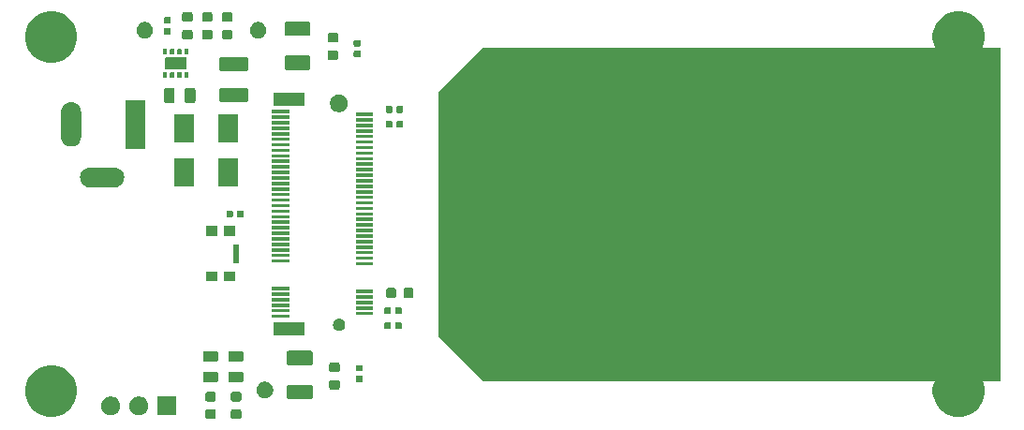
<source format=gbr>
G04 #@! TF.GenerationSoftware,KiCad,Pcbnew,(5.1.6-0-10_14)*
G04 #@! TF.CreationDate,2020-11-21T00:06:08+00:00*
G04 #@! TF.ProjectId,usb3-ngff-carrier,75736233-2d6e-4676-9666-2d6361727269,1*
G04 #@! TF.SameCoordinates,Original*
G04 #@! TF.FileFunction,Soldermask,Top*
G04 #@! TF.FilePolarity,Negative*
%FSLAX46Y46*%
G04 Gerber Fmt 4.6, Leading zero omitted, Abs format (unit mm)*
G04 Created by KiCad (PCBNEW (5.1.6-0-10_14)) date 2020-11-21 00:06:08*
%MOMM*%
%LPD*%
G01*
G04 APERTURE LIST*
%ADD10C,0.100000*%
%ADD11C,0.152400*%
G04 APERTURE END LIST*
D10*
G36*
X89700000Y-35050000D02*
G01*
X43000000Y-35050000D01*
X39000000Y-31050000D01*
X39000000Y-8950000D01*
X43000000Y-4950000D01*
X89700000Y-4950000D01*
X89700000Y-35050000D01*
G37*
X89700000Y-35050000D02*
X43000000Y-35050000D01*
X39000000Y-31050000D01*
X39000000Y-8950000D01*
X43000000Y-4950000D01*
X89700000Y-4950000D01*
X89700000Y-35050000D01*
D11*
G36*
X21019322Y-37653956D02*
G01*
X21055544Y-37664944D01*
X21088934Y-37682791D01*
X21118195Y-37706805D01*
X21142209Y-37736066D01*
X21160056Y-37769456D01*
X21171044Y-37805678D01*
X21175000Y-37845841D01*
X21175000Y-38329159D01*
X21171044Y-38369322D01*
X21160056Y-38405544D01*
X21142209Y-38438934D01*
X21118195Y-38468195D01*
X21088934Y-38492209D01*
X21055544Y-38510056D01*
X21019322Y-38521044D01*
X20979159Y-38525000D01*
X20420841Y-38525000D01*
X20380678Y-38521044D01*
X20344456Y-38510056D01*
X20311066Y-38492209D01*
X20281805Y-38468195D01*
X20257791Y-38438934D01*
X20239944Y-38405544D01*
X20228956Y-38369322D01*
X20225000Y-38329159D01*
X20225000Y-37845841D01*
X20228956Y-37805678D01*
X20239944Y-37769456D01*
X20257791Y-37736066D01*
X20281805Y-37706805D01*
X20311066Y-37682791D01*
X20344456Y-37664944D01*
X20380678Y-37653956D01*
X20420841Y-37650000D01*
X20979159Y-37650000D01*
X21019322Y-37653956D01*
G37*
G36*
X18719322Y-37653956D02*
G01*
X18755544Y-37664944D01*
X18788934Y-37682791D01*
X18818195Y-37706805D01*
X18842209Y-37736066D01*
X18860056Y-37769456D01*
X18871044Y-37805678D01*
X18875000Y-37845841D01*
X18875000Y-38329159D01*
X18871044Y-38369322D01*
X18860056Y-38405544D01*
X18842209Y-38438934D01*
X18818195Y-38468195D01*
X18788934Y-38492209D01*
X18755544Y-38510056D01*
X18719322Y-38521044D01*
X18679159Y-38525000D01*
X18120841Y-38525000D01*
X18080678Y-38521044D01*
X18044456Y-38510056D01*
X18011066Y-38492209D01*
X17981805Y-38468195D01*
X17957791Y-38438934D01*
X17939944Y-38405544D01*
X17928956Y-38369322D01*
X17925000Y-38329159D01*
X17925000Y-37845841D01*
X17928956Y-37805678D01*
X17939944Y-37769456D01*
X17957791Y-37736066D01*
X17981805Y-37706805D01*
X18011066Y-37682791D01*
X18044456Y-37664944D01*
X18080678Y-37653956D01*
X18120841Y-37650000D01*
X18679159Y-37650000D01*
X18719322Y-37653956D01*
G37*
G36*
X86685470Y-33740309D02*
G01*
X87113143Y-33917457D01*
X87498038Y-34174636D01*
X87825364Y-34501962D01*
X88082543Y-34886857D01*
X88259691Y-35314530D01*
X88350000Y-35768545D01*
X88350000Y-36231455D01*
X88259691Y-36685470D01*
X88082543Y-37113143D01*
X87825364Y-37498038D01*
X87498038Y-37825364D01*
X87113143Y-38082543D01*
X86685470Y-38259691D01*
X86231455Y-38350000D01*
X85768545Y-38350000D01*
X85314530Y-38259691D01*
X84886857Y-38082543D01*
X84501962Y-37825364D01*
X84174636Y-37498038D01*
X83917457Y-37113143D01*
X83740309Y-36685470D01*
X83650000Y-36231455D01*
X83650000Y-35768545D01*
X83740309Y-35314530D01*
X83917457Y-34886857D01*
X84174636Y-34501962D01*
X84501962Y-34174636D01*
X84886857Y-33917457D01*
X85314530Y-33740309D01*
X85768545Y-33650000D01*
X86231455Y-33650000D01*
X86685470Y-33740309D01*
G37*
G36*
X4685470Y-33740309D02*
G01*
X5113143Y-33917457D01*
X5498038Y-34174636D01*
X5825364Y-34501962D01*
X6082543Y-34886857D01*
X6259691Y-35314530D01*
X6350000Y-35768545D01*
X6350000Y-36231455D01*
X6259691Y-36685470D01*
X6082543Y-37113143D01*
X5825364Y-37498038D01*
X5498038Y-37825364D01*
X5113143Y-38082543D01*
X4685470Y-38259691D01*
X4231455Y-38350000D01*
X3768545Y-38350000D01*
X3314530Y-38259691D01*
X2886857Y-38082543D01*
X2501962Y-37825364D01*
X2174636Y-37498038D01*
X1917457Y-37113143D01*
X1740309Y-36685470D01*
X1650000Y-36231455D01*
X1650000Y-35768545D01*
X1740309Y-35314530D01*
X1917457Y-34886857D01*
X2174636Y-34501962D01*
X2501962Y-34174636D01*
X2886857Y-33917457D01*
X3314530Y-33740309D01*
X3768545Y-33650000D01*
X4231455Y-33650000D01*
X4685470Y-33740309D01*
G37*
G36*
X9617936Y-36532665D02*
G01*
X9772627Y-36596739D01*
X9911845Y-36689762D01*
X10030238Y-36808155D01*
X10123261Y-36947373D01*
X10187335Y-37102064D01*
X10220000Y-37266282D01*
X10220000Y-37433718D01*
X10187335Y-37597936D01*
X10123261Y-37752627D01*
X10030238Y-37891845D01*
X9911845Y-38010238D01*
X9772627Y-38103261D01*
X9617936Y-38167335D01*
X9453718Y-38200000D01*
X9286282Y-38200000D01*
X9122064Y-38167335D01*
X8967373Y-38103261D01*
X8828155Y-38010238D01*
X8709762Y-37891845D01*
X8616739Y-37752627D01*
X8552665Y-37597936D01*
X8520000Y-37433718D01*
X8520000Y-37266282D01*
X8552665Y-37102064D01*
X8616739Y-36947373D01*
X8709762Y-36808155D01*
X8828155Y-36689762D01*
X8967373Y-36596739D01*
X9122064Y-36532665D01*
X9286282Y-36500000D01*
X9453718Y-36500000D01*
X9617936Y-36532665D01*
G37*
G36*
X12157936Y-36532665D02*
G01*
X12312627Y-36596739D01*
X12451845Y-36689762D01*
X12570238Y-36808155D01*
X12663261Y-36947373D01*
X12727335Y-37102064D01*
X12760000Y-37266282D01*
X12760000Y-37433718D01*
X12727335Y-37597936D01*
X12663261Y-37752627D01*
X12570238Y-37891845D01*
X12451845Y-38010238D01*
X12312627Y-38103261D01*
X12157936Y-38167335D01*
X11993718Y-38200000D01*
X11826282Y-38200000D01*
X11662064Y-38167335D01*
X11507373Y-38103261D01*
X11368155Y-38010238D01*
X11249762Y-37891845D01*
X11156739Y-37752627D01*
X11092665Y-37597936D01*
X11060000Y-37433718D01*
X11060000Y-37266282D01*
X11092665Y-37102064D01*
X11156739Y-36947373D01*
X11249762Y-36808155D01*
X11368155Y-36689762D01*
X11507373Y-36596739D01*
X11662064Y-36532665D01*
X11826282Y-36500000D01*
X11993718Y-36500000D01*
X12157936Y-36532665D01*
G37*
G36*
X15300000Y-38200000D02*
G01*
X13600000Y-38200000D01*
X13600000Y-36500000D01*
X15300000Y-36500000D01*
X15300000Y-38200000D01*
G37*
G36*
X18719322Y-36078956D02*
G01*
X18755544Y-36089944D01*
X18788934Y-36107791D01*
X18818195Y-36131805D01*
X18842209Y-36161066D01*
X18860056Y-36194456D01*
X18871044Y-36230678D01*
X18875000Y-36270841D01*
X18875000Y-36754159D01*
X18871044Y-36794322D01*
X18860056Y-36830544D01*
X18842209Y-36863934D01*
X18818195Y-36893195D01*
X18788934Y-36917209D01*
X18755544Y-36935056D01*
X18719322Y-36946044D01*
X18679159Y-36950000D01*
X18120841Y-36950000D01*
X18080678Y-36946044D01*
X18044456Y-36935056D01*
X18011066Y-36917209D01*
X17981805Y-36893195D01*
X17957791Y-36863934D01*
X17939944Y-36830544D01*
X17928956Y-36794322D01*
X17925000Y-36754159D01*
X17925000Y-36270841D01*
X17928956Y-36230678D01*
X17939944Y-36194456D01*
X17957791Y-36161066D01*
X17981805Y-36131805D01*
X18011066Y-36107791D01*
X18044456Y-36089944D01*
X18080678Y-36078956D01*
X18120841Y-36075000D01*
X18679159Y-36075000D01*
X18719322Y-36078956D01*
G37*
G36*
X21019322Y-36078956D02*
G01*
X21055544Y-36089944D01*
X21088934Y-36107791D01*
X21118195Y-36131805D01*
X21142209Y-36161066D01*
X21160056Y-36194456D01*
X21171044Y-36230678D01*
X21175000Y-36270841D01*
X21175000Y-36754159D01*
X21171044Y-36794322D01*
X21160056Y-36830544D01*
X21142209Y-36863934D01*
X21118195Y-36893195D01*
X21088934Y-36917209D01*
X21055544Y-36935056D01*
X21019322Y-36946044D01*
X20979159Y-36950000D01*
X20420841Y-36950000D01*
X20380678Y-36946044D01*
X20344456Y-36935056D01*
X20311066Y-36917209D01*
X20281805Y-36893195D01*
X20257791Y-36863934D01*
X20239944Y-36830544D01*
X20228956Y-36794322D01*
X20225000Y-36754159D01*
X20225000Y-36270841D01*
X20228956Y-36230678D01*
X20239944Y-36194456D01*
X20257791Y-36161066D01*
X20281805Y-36131805D01*
X20311066Y-36107791D01*
X20344456Y-36089944D01*
X20380678Y-36078956D01*
X20420841Y-36075000D01*
X20979159Y-36075000D01*
X21019322Y-36078956D01*
G37*
G36*
X27449180Y-35429436D02*
G01*
X27490102Y-35441849D01*
X27527814Y-35462007D01*
X27560867Y-35489133D01*
X27587993Y-35522186D01*
X27608151Y-35559898D01*
X27620564Y-35600820D01*
X27625000Y-35645861D01*
X27625000Y-36529139D01*
X27620564Y-36574180D01*
X27608151Y-36615102D01*
X27587993Y-36652814D01*
X27560867Y-36685867D01*
X27527814Y-36712993D01*
X27490102Y-36733151D01*
X27449180Y-36745564D01*
X27404139Y-36750000D01*
X25495861Y-36750000D01*
X25450820Y-36745564D01*
X25409898Y-36733151D01*
X25372186Y-36712993D01*
X25339133Y-36685867D01*
X25312007Y-36652814D01*
X25291849Y-36615102D01*
X25279436Y-36574180D01*
X25275000Y-36529139D01*
X25275000Y-35645861D01*
X25279436Y-35600820D01*
X25291849Y-35559898D01*
X25312007Y-35522186D01*
X25339133Y-35489133D01*
X25372186Y-35462007D01*
X25409898Y-35441849D01*
X25450820Y-35429436D01*
X25495861Y-35425000D01*
X27404139Y-35425000D01*
X27449180Y-35429436D01*
G37*
G36*
X23518768Y-35178822D02*
G01*
X23655258Y-35235358D01*
X23778099Y-35317438D01*
X23882562Y-35421901D01*
X23964642Y-35544742D01*
X24021178Y-35681232D01*
X24050000Y-35826131D01*
X24050000Y-35973869D01*
X24021178Y-36118768D01*
X23964642Y-36255258D01*
X23882562Y-36378099D01*
X23778099Y-36482562D01*
X23655258Y-36564642D01*
X23518768Y-36621178D01*
X23373869Y-36650000D01*
X23226131Y-36650000D01*
X23081232Y-36621178D01*
X22944742Y-36564642D01*
X22821901Y-36482562D01*
X22717438Y-36378099D01*
X22635358Y-36255258D01*
X22578822Y-36118768D01*
X22550000Y-35973869D01*
X22550000Y-35826131D01*
X22578822Y-35681232D01*
X22635358Y-35544742D01*
X22717438Y-35421901D01*
X22821901Y-35317438D01*
X22944742Y-35235358D01*
X23081232Y-35178822D01*
X23226131Y-35150000D01*
X23373869Y-35150000D01*
X23518768Y-35178822D01*
G37*
G36*
X29919322Y-35003956D02*
G01*
X29955544Y-35014944D01*
X29988934Y-35032791D01*
X30018195Y-35056805D01*
X30042209Y-35086066D01*
X30060056Y-35119456D01*
X30071044Y-35155678D01*
X30075000Y-35195841D01*
X30075000Y-35679159D01*
X30071044Y-35719322D01*
X30060056Y-35755544D01*
X30042209Y-35788934D01*
X30018195Y-35818195D01*
X29988934Y-35842209D01*
X29955544Y-35860056D01*
X29919322Y-35871044D01*
X29879159Y-35875000D01*
X29320841Y-35875000D01*
X29280678Y-35871044D01*
X29244456Y-35860056D01*
X29211066Y-35842209D01*
X29181805Y-35818195D01*
X29157791Y-35788934D01*
X29139944Y-35755544D01*
X29128956Y-35719322D01*
X29125000Y-35679159D01*
X29125000Y-35195841D01*
X29128956Y-35155678D01*
X29139944Y-35119456D01*
X29157791Y-35086066D01*
X29181805Y-35056805D01*
X29211066Y-35032791D01*
X29244456Y-35014944D01*
X29280678Y-35003956D01*
X29320841Y-35000000D01*
X29879159Y-35000000D01*
X29919322Y-35003956D01*
G37*
G36*
X21224196Y-34254436D02*
G01*
X21265114Y-34266848D01*
X21302826Y-34287006D01*
X21335873Y-34314127D01*
X21362994Y-34347174D01*
X21383152Y-34384886D01*
X21395564Y-34425804D01*
X21400000Y-34470843D01*
X21400000Y-35004157D01*
X21395564Y-35049196D01*
X21383152Y-35090114D01*
X21362994Y-35127826D01*
X21335873Y-35160873D01*
X21302826Y-35187994D01*
X21265114Y-35208152D01*
X21224196Y-35220564D01*
X21179157Y-35225000D01*
X20220843Y-35225000D01*
X20175804Y-35220564D01*
X20134886Y-35208152D01*
X20097174Y-35187994D01*
X20064127Y-35160873D01*
X20037006Y-35127826D01*
X20016848Y-35090114D01*
X20004436Y-35049196D01*
X20000000Y-35004157D01*
X20000000Y-34470843D01*
X20004436Y-34425804D01*
X20016848Y-34384886D01*
X20037006Y-34347174D01*
X20064127Y-34314127D01*
X20097174Y-34287006D01*
X20134886Y-34266848D01*
X20175804Y-34254436D01*
X20220843Y-34250000D01*
X21179157Y-34250000D01*
X21224196Y-34254436D01*
G37*
G36*
X18924196Y-34254436D02*
G01*
X18965114Y-34266848D01*
X19002826Y-34287006D01*
X19035873Y-34314127D01*
X19062994Y-34347174D01*
X19083152Y-34384886D01*
X19095564Y-34425804D01*
X19100000Y-34470843D01*
X19100000Y-35004157D01*
X19095564Y-35049196D01*
X19083152Y-35090114D01*
X19062994Y-35127826D01*
X19035873Y-35160873D01*
X19002826Y-35187994D01*
X18965114Y-35208152D01*
X18924196Y-35220564D01*
X18879157Y-35225000D01*
X17920843Y-35225000D01*
X17875804Y-35220564D01*
X17834886Y-35208152D01*
X17797174Y-35187994D01*
X17764127Y-35160873D01*
X17737006Y-35127826D01*
X17716848Y-35090114D01*
X17704436Y-35049196D01*
X17700000Y-35004157D01*
X17700000Y-34470843D01*
X17704436Y-34425804D01*
X17716848Y-34384886D01*
X17737006Y-34347174D01*
X17764127Y-34314127D01*
X17797174Y-34287006D01*
X17834886Y-34266848D01*
X17875804Y-34254436D01*
X17920843Y-34250000D01*
X18879157Y-34250000D01*
X18924196Y-34254436D01*
G37*
G36*
X32071669Y-34617586D02*
G01*
X32094535Y-34624523D01*
X32115596Y-34635780D01*
X32134064Y-34650936D01*
X32149220Y-34669404D01*
X32160477Y-34690465D01*
X32167414Y-34713331D01*
X32170000Y-34739591D01*
X32170000Y-35080409D01*
X32167414Y-35106669D01*
X32160477Y-35129535D01*
X32149220Y-35150596D01*
X32134064Y-35169064D01*
X32115596Y-35184220D01*
X32094535Y-35195477D01*
X32071669Y-35202414D01*
X32045409Y-35205000D01*
X31654591Y-35205000D01*
X31628331Y-35202414D01*
X31605465Y-35195477D01*
X31584404Y-35184220D01*
X31565936Y-35169064D01*
X31550780Y-35150596D01*
X31539523Y-35129535D01*
X31532586Y-35106669D01*
X31530000Y-35080409D01*
X31530000Y-34739591D01*
X31532586Y-34713331D01*
X31539523Y-34690465D01*
X31550780Y-34669404D01*
X31565936Y-34650936D01*
X31584404Y-34635780D01*
X31605465Y-34624523D01*
X31628331Y-34617586D01*
X31654591Y-34615000D01*
X32045409Y-34615000D01*
X32071669Y-34617586D01*
G37*
G36*
X29919322Y-33428956D02*
G01*
X29955544Y-33439944D01*
X29988934Y-33457791D01*
X30018195Y-33481805D01*
X30042209Y-33511066D01*
X30060056Y-33544456D01*
X30071044Y-33580678D01*
X30075000Y-33620841D01*
X30075000Y-34104159D01*
X30071044Y-34144322D01*
X30060056Y-34180544D01*
X30042209Y-34213934D01*
X30018195Y-34243195D01*
X29988934Y-34267209D01*
X29955544Y-34285056D01*
X29919322Y-34296044D01*
X29879159Y-34300000D01*
X29320841Y-34300000D01*
X29280678Y-34296044D01*
X29244456Y-34285056D01*
X29211066Y-34267209D01*
X29181805Y-34243195D01*
X29157791Y-34213934D01*
X29139944Y-34180544D01*
X29128956Y-34144322D01*
X29125000Y-34104159D01*
X29125000Y-33620841D01*
X29128956Y-33580678D01*
X29139944Y-33544456D01*
X29157791Y-33511066D01*
X29181805Y-33481805D01*
X29211066Y-33457791D01*
X29244456Y-33439944D01*
X29280678Y-33428956D01*
X29320841Y-33425000D01*
X29879159Y-33425000D01*
X29919322Y-33428956D01*
G37*
G36*
X32071669Y-33647586D02*
G01*
X32094535Y-33654523D01*
X32115596Y-33665780D01*
X32134064Y-33680936D01*
X32149220Y-33699404D01*
X32160477Y-33720465D01*
X32167414Y-33743331D01*
X32170000Y-33769591D01*
X32170000Y-34110409D01*
X32167414Y-34136669D01*
X32160477Y-34159535D01*
X32149220Y-34180596D01*
X32134064Y-34199064D01*
X32115596Y-34214220D01*
X32094535Y-34225477D01*
X32071669Y-34232414D01*
X32045409Y-34235000D01*
X31654591Y-34235000D01*
X31628331Y-34232414D01*
X31605465Y-34225477D01*
X31584404Y-34214220D01*
X31565936Y-34199064D01*
X31550780Y-34180596D01*
X31539523Y-34159535D01*
X31532586Y-34136669D01*
X31530000Y-34110409D01*
X31530000Y-33769591D01*
X31532586Y-33743331D01*
X31539523Y-33720465D01*
X31550780Y-33699404D01*
X31565936Y-33680936D01*
X31584404Y-33665780D01*
X31605465Y-33654523D01*
X31628331Y-33647586D01*
X31654591Y-33645000D01*
X32045409Y-33645000D01*
X32071669Y-33647586D01*
G37*
G36*
X27449180Y-32354436D02*
G01*
X27490102Y-32366849D01*
X27527814Y-32387007D01*
X27560867Y-32414133D01*
X27587993Y-32447186D01*
X27608151Y-32484898D01*
X27620564Y-32525820D01*
X27625000Y-32570861D01*
X27625000Y-33454139D01*
X27620564Y-33499180D01*
X27608151Y-33540102D01*
X27587993Y-33577814D01*
X27560867Y-33610867D01*
X27527814Y-33637993D01*
X27490102Y-33658151D01*
X27449180Y-33670564D01*
X27404139Y-33675000D01*
X25495861Y-33675000D01*
X25450820Y-33670564D01*
X25409898Y-33658151D01*
X25372186Y-33637993D01*
X25339133Y-33610867D01*
X25312007Y-33577814D01*
X25291849Y-33540102D01*
X25279436Y-33499180D01*
X25275000Y-33454139D01*
X25275000Y-32570861D01*
X25279436Y-32525820D01*
X25291849Y-32484898D01*
X25312007Y-32447186D01*
X25339133Y-32414133D01*
X25372186Y-32387007D01*
X25409898Y-32366849D01*
X25450820Y-32354436D01*
X25495861Y-32350000D01*
X27404139Y-32350000D01*
X27449180Y-32354436D01*
G37*
G36*
X18924196Y-32379436D02*
G01*
X18965114Y-32391848D01*
X19002826Y-32412006D01*
X19035873Y-32439127D01*
X19062994Y-32472174D01*
X19083152Y-32509886D01*
X19095564Y-32550804D01*
X19100000Y-32595843D01*
X19100000Y-33129157D01*
X19095564Y-33174196D01*
X19083152Y-33215114D01*
X19062994Y-33252826D01*
X19035873Y-33285873D01*
X19002826Y-33312994D01*
X18965114Y-33333152D01*
X18924196Y-33345564D01*
X18879157Y-33350000D01*
X17920843Y-33350000D01*
X17875804Y-33345564D01*
X17834886Y-33333152D01*
X17797174Y-33312994D01*
X17764127Y-33285873D01*
X17737006Y-33252826D01*
X17716848Y-33215114D01*
X17704436Y-33174196D01*
X17700000Y-33129157D01*
X17700000Y-32595843D01*
X17704436Y-32550804D01*
X17716848Y-32509886D01*
X17737006Y-32472174D01*
X17764127Y-32439127D01*
X17797174Y-32412006D01*
X17834886Y-32391848D01*
X17875804Y-32379436D01*
X17920843Y-32375000D01*
X18879157Y-32375000D01*
X18924196Y-32379436D01*
G37*
G36*
X21224196Y-32379436D02*
G01*
X21265114Y-32391848D01*
X21302826Y-32412006D01*
X21335873Y-32439127D01*
X21362994Y-32472174D01*
X21383152Y-32509886D01*
X21395564Y-32550804D01*
X21400000Y-32595843D01*
X21400000Y-33129157D01*
X21395564Y-33174196D01*
X21383152Y-33215114D01*
X21362994Y-33252826D01*
X21335873Y-33285873D01*
X21302826Y-33312994D01*
X21265114Y-33333152D01*
X21224196Y-33345564D01*
X21179157Y-33350000D01*
X20220843Y-33350000D01*
X20175804Y-33345564D01*
X20134886Y-33333152D01*
X20097174Y-33312994D01*
X20064127Y-33285873D01*
X20037006Y-33252826D01*
X20016848Y-33215114D01*
X20004436Y-33174196D01*
X20000000Y-33129157D01*
X20000000Y-32595843D01*
X20004436Y-32550804D01*
X20016848Y-32509886D01*
X20037006Y-32472174D01*
X20064127Y-32439127D01*
X20097174Y-32412006D01*
X20134886Y-32391848D01*
X20175804Y-32379436D01*
X20220843Y-32375000D01*
X21179157Y-32375000D01*
X21224196Y-32379436D01*
G37*
G36*
X26875000Y-30950000D02*
G01*
X24125000Y-30950000D01*
X24125000Y-29750000D01*
X26875000Y-29750000D01*
X26875000Y-30950000D01*
G37*
G36*
X30160430Y-29471136D02*
G01*
X30260522Y-29512596D01*
X30350606Y-29572788D01*
X30427212Y-29649394D01*
X30487404Y-29739478D01*
X30528864Y-29839570D01*
X30550000Y-29945829D01*
X30550000Y-30054171D01*
X30528864Y-30160430D01*
X30487404Y-30260522D01*
X30427212Y-30350606D01*
X30350606Y-30427212D01*
X30260522Y-30487404D01*
X30160430Y-30528864D01*
X30054171Y-30550000D01*
X29945829Y-30550000D01*
X29839570Y-30528864D01*
X29739478Y-30487404D01*
X29649394Y-30427212D01*
X29572788Y-30350606D01*
X29512596Y-30260522D01*
X29471136Y-30160430D01*
X29450000Y-30054171D01*
X29450000Y-29945829D01*
X29471136Y-29839570D01*
X29512596Y-29739478D01*
X29572788Y-29649394D01*
X29649394Y-29572788D01*
X29739478Y-29512596D01*
X29839570Y-29471136D01*
X29945829Y-29450000D01*
X30054171Y-29450000D01*
X30160430Y-29471136D01*
G37*
G36*
X35581669Y-29782586D02*
G01*
X35604535Y-29789523D01*
X35625596Y-29800780D01*
X35644064Y-29815936D01*
X35659220Y-29834404D01*
X35670477Y-29855465D01*
X35677414Y-29878331D01*
X35680000Y-29904591D01*
X35680000Y-30295409D01*
X35677414Y-30321669D01*
X35670477Y-30344535D01*
X35659220Y-30365596D01*
X35644064Y-30384064D01*
X35625596Y-30399220D01*
X35604535Y-30410477D01*
X35581669Y-30417414D01*
X35555409Y-30420000D01*
X35214591Y-30420000D01*
X35188331Y-30417414D01*
X35165465Y-30410477D01*
X35144404Y-30399220D01*
X35125936Y-30384064D01*
X35110780Y-30365596D01*
X35099523Y-30344535D01*
X35092586Y-30321669D01*
X35090000Y-30295409D01*
X35090000Y-29904591D01*
X35092586Y-29878331D01*
X35099523Y-29855465D01*
X35110780Y-29834404D01*
X35125936Y-29815936D01*
X35144404Y-29800780D01*
X35165465Y-29789523D01*
X35188331Y-29782586D01*
X35214591Y-29780000D01*
X35555409Y-29780000D01*
X35581669Y-29782586D01*
G37*
G36*
X34611669Y-29782586D02*
G01*
X34634535Y-29789523D01*
X34655596Y-29800780D01*
X34674064Y-29815936D01*
X34689220Y-29834404D01*
X34700477Y-29855465D01*
X34707414Y-29878331D01*
X34710000Y-29904591D01*
X34710000Y-30295409D01*
X34707414Y-30321669D01*
X34700477Y-30344535D01*
X34689220Y-30365596D01*
X34674064Y-30384064D01*
X34655596Y-30399220D01*
X34634535Y-30410477D01*
X34611669Y-30417414D01*
X34585409Y-30420000D01*
X34244591Y-30420000D01*
X34218331Y-30417414D01*
X34195465Y-30410477D01*
X34174404Y-30399220D01*
X34155936Y-30384064D01*
X34140780Y-30365596D01*
X34129523Y-30344535D01*
X34122586Y-30321669D01*
X34120000Y-30295409D01*
X34120000Y-29904591D01*
X34122586Y-29878331D01*
X34129523Y-29855465D01*
X34140780Y-29834404D01*
X34155936Y-29815936D01*
X34174404Y-29800780D01*
X34195465Y-29789523D01*
X34218331Y-29782586D01*
X34244591Y-29780000D01*
X34585409Y-29780000D01*
X34611669Y-29782586D01*
G37*
G36*
X25500000Y-29400000D02*
G01*
X23950000Y-29400000D01*
X23950000Y-29100000D01*
X25500000Y-29100000D01*
X25500000Y-29400000D01*
G37*
G36*
X33050000Y-29150000D02*
G01*
X31500000Y-29150000D01*
X31500000Y-28850000D01*
X33050000Y-28850000D01*
X33050000Y-29150000D01*
G37*
G36*
X34611669Y-28432586D02*
G01*
X34634535Y-28439523D01*
X34655596Y-28450780D01*
X34674064Y-28465936D01*
X34689220Y-28484404D01*
X34700477Y-28505465D01*
X34707414Y-28528331D01*
X34710000Y-28554591D01*
X34710000Y-28945409D01*
X34707414Y-28971669D01*
X34700477Y-28994535D01*
X34689220Y-29015596D01*
X34674064Y-29034064D01*
X34655596Y-29049220D01*
X34634535Y-29060477D01*
X34611669Y-29067414D01*
X34585409Y-29070000D01*
X34244591Y-29070000D01*
X34218331Y-29067414D01*
X34195465Y-29060477D01*
X34174404Y-29049220D01*
X34155936Y-29034064D01*
X34140780Y-29015596D01*
X34129523Y-28994535D01*
X34122586Y-28971669D01*
X34120000Y-28945409D01*
X34120000Y-28554591D01*
X34122586Y-28528331D01*
X34129523Y-28505465D01*
X34140780Y-28484404D01*
X34155936Y-28465936D01*
X34174404Y-28450780D01*
X34195465Y-28439523D01*
X34218331Y-28432586D01*
X34244591Y-28430000D01*
X34585409Y-28430000D01*
X34611669Y-28432586D01*
G37*
G36*
X35581669Y-28432586D02*
G01*
X35604535Y-28439523D01*
X35625596Y-28450780D01*
X35644064Y-28465936D01*
X35659220Y-28484404D01*
X35670477Y-28505465D01*
X35677414Y-28528331D01*
X35680000Y-28554591D01*
X35680000Y-28945409D01*
X35677414Y-28971669D01*
X35670477Y-28994535D01*
X35659220Y-29015596D01*
X35644064Y-29034064D01*
X35625596Y-29049220D01*
X35604535Y-29060477D01*
X35581669Y-29067414D01*
X35555409Y-29070000D01*
X35214591Y-29070000D01*
X35188331Y-29067414D01*
X35165465Y-29060477D01*
X35144404Y-29049220D01*
X35125936Y-29034064D01*
X35110780Y-29015596D01*
X35099523Y-28994535D01*
X35092586Y-28971669D01*
X35090000Y-28945409D01*
X35090000Y-28554591D01*
X35092586Y-28528331D01*
X35099523Y-28505465D01*
X35110780Y-28484404D01*
X35125936Y-28465936D01*
X35144404Y-28450780D01*
X35165465Y-28439523D01*
X35188331Y-28432586D01*
X35214591Y-28430000D01*
X35555409Y-28430000D01*
X35581669Y-28432586D01*
G37*
G36*
X25500000Y-28900000D02*
G01*
X23950000Y-28900000D01*
X23950000Y-28600000D01*
X25500000Y-28600000D01*
X25500000Y-28900000D01*
G37*
G36*
X33050000Y-28650000D02*
G01*
X31500000Y-28650000D01*
X31500000Y-28350000D01*
X33050000Y-28350000D01*
X33050000Y-28650000D01*
G37*
G36*
X25500000Y-28400000D02*
G01*
X23950000Y-28400000D01*
X23950000Y-28100000D01*
X25500000Y-28100000D01*
X25500000Y-28400000D01*
G37*
G36*
X33050000Y-28150000D02*
G01*
X31500000Y-28150000D01*
X31500000Y-27850000D01*
X33050000Y-27850000D01*
X33050000Y-28150000D01*
G37*
G36*
X25500000Y-27900000D02*
G01*
X23950000Y-27900000D01*
X23950000Y-27600000D01*
X25500000Y-27600000D01*
X25500000Y-27900000D01*
G37*
G36*
X33050000Y-27650000D02*
G01*
X31500000Y-27650000D01*
X31500000Y-27350000D01*
X33050000Y-27350000D01*
X33050000Y-27650000D01*
G37*
G36*
X34994322Y-26678956D02*
G01*
X35030544Y-26689944D01*
X35063934Y-26707791D01*
X35093195Y-26731805D01*
X35117209Y-26761066D01*
X35135056Y-26794456D01*
X35146044Y-26830678D01*
X35150000Y-26870841D01*
X35150000Y-27429159D01*
X35146044Y-27469322D01*
X35135056Y-27505544D01*
X35117209Y-27538934D01*
X35093195Y-27568195D01*
X35063934Y-27592209D01*
X35030544Y-27610056D01*
X34994322Y-27621044D01*
X34954159Y-27625000D01*
X34470841Y-27625000D01*
X34430678Y-27621044D01*
X34394456Y-27610056D01*
X34361066Y-27592209D01*
X34331805Y-27568195D01*
X34307791Y-27538934D01*
X34289944Y-27505544D01*
X34278956Y-27469322D01*
X34275000Y-27429159D01*
X34275000Y-26870841D01*
X34278956Y-26830678D01*
X34289944Y-26794456D01*
X34307791Y-26761066D01*
X34331805Y-26731805D01*
X34361066Y-26707791D01*
X34394456Y-26689944D01*
X34430678Y-26678956D01*
X34470841Y-26675000D01*
X34954159Y-26675000D01*
X34994322Y-26678956D01*
G37*
G36*
X36569322Y-26678956D02*
G01*
X36605544Y-26689944D01*
X36638934Y-26707791D01*
X36668195Y-26731805D01*
X36692209Y-26761066D01*
X36710056Y-26794456D01*
X36721044Y-26830678D01*
X36725000Y-26870841D01*
X36725000Y-27429159D01*
X36721044Y-27469322D01*
X36710056Y-27505544D01*
X36692209Y-27538934D01*
X36668195Y-27568195D01*
X36638934Y-27592209D01*
X36605544Y-27610056D01*
X36569322Y-27621044D01*
X36529159Y-27625000D01*
X36045841Y-27625000D01*
X36005678Y-27621044D01*
X35969456Y-27610056D01*
X35936066Y-27592209D01*
X35906805Y-27568195D01*
X35882791Y-27538934D01*
X35864944Y-27505544D01*
X35853956Y-27469322D01*
X35850000Y-27429159D01*
X35850000Y-26870841D01*
X35853956Y-26830678D01*
X35864944Y-26794456D01*
X35882791Y-26761066D01*
X35906805Y-26731805D01*
X35936066Y-26707791D01*
X35969456Y-26689944D01*
X36005678Y-26678956D01*
X36045841Y-26675000D01*
X36529159Y-26675000D01*
X36569322Y-26678956D01*
G37*
G36*
X25500000Y-27400000D02*
G01*
X23950000Y-27400000D01*
X23950000Y-27100000D01*
X25500000Y-27100000D01*
X25500000Y-27400000D01*
G37*
G36*
X33050000Y-27150000D02*
G01*
X31500000Y-27150000D01*
X31500000Y-26850000D01*
X33050000Y-26850000D01*
X33050000Y-27150000D01*
G37*
G36*
X25500000Y-26900000D02*
G01*
X23950000Y-26900000D01*
X23950000Y-26600000D01*
X25500000Y-26600000D01*
X25500000Y-26900000D01*
G37*
G36*
X20600000Y-26099999D02*
G01*
X19600000Y-26099999D01*
X19600000Y-25199999D01*
X20600000Y-25199999D01*
X20600000Y-26099999D01*
G37*
G36*
X19000000Y-26099999D02*
G01*
X18000000Y-26099999D01*
X18000000Y-25199999D01*
X19000000Y-25199999D01*
X19000000Y-26099999D01*
G37*
G36*
X33050000Y-24650000D02*
G01*
X31500000Y-24650000D01*
X31500000Y-24350000D01*
X33050000Y-24350000D01*
X33050000Y-24650000D01*
G37*
G36*
X21000000Y-24450000D02*
G01*
X20450000Y-24450000D01*
X20450000Y-22750000D01*
X21000000Y-22750000D01*
X21000000Y-24450000D01*
G37*
G36*
X25500000Y-24400000D02*
G01*
X23950000Y-24400000D01*
X23950000Y-24100000D01*
X25500000Y-24100000D01*
X25500000Y-24400000D01*
G37*
G36*
X33050000Y-24150000D02*
G01*
X31500000Y-24150000D01*
X31500000Y-23850000D01*
X33050000Y-23850000D01*
X33050000Y-24150000D01*
G37*
G36*
X25500000Y-23900000D02*
G01*
X23950000Y-23900000D01*
X23950000Y-23600000D01*
X25500000Y-23600000D01*
X25500000Y-23900000D01*
G37*
G36*
X33050000Y-23650000D02*
G01*
X31500000Y-23650000D01*
X31500000Y-23350000D01*
X33050000Y-23350000D01*
X33050000Y-23650000D01*
G37*
G36*
X25500000Y-23400000D02*
G01*
X23950000Y-23400000D01*
X23950000Y-23100000D01*
X25500000Y-23100000D01*
X25500000Y-23400000D01*
G37*
G36*
X33050000Y-23150000D02*
G01*
X31500000Y-23150000D01*
X31500000Y-22850000D01*
X33050000Y-22850000D01*
X33050000Y-23150000D01*
G37*
G36*
X25500000Y-22900000D02*
G01*
X23950000Y-22900000D01*
X23950000Y-22600000D01*
X25500000Y-22600000D01*
X25500000Y-22900000D01*
G37*
G36*
X71022977Y-17451838D02*
G01*
X71505246Y-17651600D01*
X71939278Y-17941611D01*
X72308389Y-18310722D01*
X72598400Y-18744754D01*
X72798162Y-19227023D01*
X72900000Y-19738998D01*
X72900000Y-20261002D01*
X72798162Y-20772977D01*
X72598400Y-21255246D01*
X72308389Y-21689278D01*
X71939278Y-22058389D01*
X71505246Y-22348400D01*
X71022977Y-22548162D01*
X70511002Y-22650000D01*
X69988998Y-22650000D01*
X69477023Y-22548162D01*
X68994754Y-22348400D01*
X68560722Y-22058389D01*
X68191611Y-21689278D01*
X67901600Y-21255246D01*
X67701838Y-20772977D01*
X67600000Y-20261002D01*
X67600000Y-19738998D01*
X67701838Y-19227023D01*
X67901600Y-18744754D01*
X68191611Y-18310722D01*
X68560722Y-17941611D01*
X68994754Y-17651600D01*
X69477023Y-17451838D01*
X69988998Y-17350000D01*
X70511002Y-17350000D01*
X71022977Y-17451838D01*
G37*
G36*
X81022977Y-17451838D02*
G01*
X81505246Y-17651600D01*
X81939278Y-17941611D01*
X82308389Y-18310722D01*
X82598400Y-18744754D01*
X82798162Y-19227023D01*
X82900000Y-19738998D01*
X82900000Y-20261002D01*
X82798162Y-20772977D01*
X82598400Y-21255246D01*
X82308389Y-21689278D01*
X81939278Y-22058389D01*
X81505246Y-22348400D01*
X81022977Y-22548162D01*
X80511002Y-22650000D01*
X79988998Y-22650000D01*
X79477023Y-22548162D01*
X78994754Y-22348400D01*
X78560722Y-22058389D01*
X78191611Y-21689278D01*
X77901600Y-21255246D01*
X77701838Y-20772977D01*
X77600000Y-20261002D01*
X77600000Y-19738998D01*
X77701838Y-19227023D01*
X77901600Y-18744754D01*
X78191611Y-18310722D01*
X78560722Y-17941611D01*
X78994754Y-17651600D01*
X79477023Y-17451838D01*
X79988998Y-17350000D01*
X80511002Y-17350000D01*
X81022977Y-17451838D01*
G37*
G36*
X33050000Y-22650000D02*
G01*
X31500000Y-22650000D01*
X31500000Y-22350000D01*
X33050000Y-22350000D01*
X33050000Y-22650000D01*
G37*
G36*
X25500000Y-22400000D02*
G01*
X23950000Y-22400000D01*
X23950000Y-22100000D01*
X25500000Y-22100000D01*
X25500000Y-22400000D01*
G37*
G36*
X33050000Y-22150000D02*
G01*
X31500000Y-22150000D01*
X31500000Y-21850000D01*
X33050000Y-21850000D01*
X33050000Y-22150000D01*
G37*
G36*
X20600000Y-22000001D02*
G01*
X19600000Y-22000001D01*
X19600000Y-21100001D01*
X20600000Y-21100001D01*
X20600000Y-22000001D01*
G37*
G36*
X19000000Y-22000001D02*
G01*
X18000000Y-22000001D01*
X18000000Y-21100001D01*
X19000000Y-21100001D01*
X19000000Y-22000001D01*
G37*
G36*
X25500000Y-21900000D02*
G01*
X23950000Y-21900000D01*
X23950000Y-21600000D01*
X25500000Y-21600000D01*
X25500000Y-21900000D01*
G37*
G36*
X33050000Y-21650000D02*
G01*
X31500000Y-21650000D01*
X31500000Y-21350000D01*
X33050000Y-21350000D01*
X33050000Y-21650000D01*
G37*
G36*
X25500000Y-21400000D02*
G01*
X23950000Y-21400000D01*
X23950000Y-21100000D01*
X25500000Y-21100000D01*
X25500000Y-21400000D01*
G37*
G36*
X33050000Y-21150000D02*
G01*
X31500000Y-21150000D01*
X31500000Y-20850000D01*
X33050000Y-20850000D01*
X33050000Y-21150000D01*
G37*
G36*
X25500000Y-20900000D02*
G01*
X23950000Y-20900000D01*
X23950000Y-20600000D01*
X25500000Y-20600000D01*
X25500000Y-20900000D01*
G37*
G36*
X33050000Y-20650000D02*
G01*
X31500000Y-20650000D01*
X31500000Y-20350000D01*
X33050000Y-20350000D01*
X33050000Y-20650000D01*
G37*
G36*
X25500000Y-20400000D02*
G01*
X23950000Y-20400000D01*
X23950000Y-20100000D01*
X25500000Y-20100000D01*
X25500000Y-20400000D01*
G37*
G36*
X21281669Y-19682586D02*
G01*
X21304535Y-19689523D01*
X21325596Y-19700780D01*
X21344064Y-19715936D01*
X21359220Y-19734404D01*
X21370477Y-19755465D01*
X21377414Y-19778331D01*
X21380000Y-19804591D01*
X21380000Y-20195409D01*
X21377414Y-20221669D01*
X21370477Y-20244535D01*
X21359220Y-20265596D01*
X21344064Y-20284064D01*
X21325596Y-20299220D01*
X21304535Y-20310477D01*
X21281669Y-20317414D01*
X21255409Y-20320000D01*
X20914591Y-20320000D01*
X20888331Y-20317414D01*
X20865465Y-20310477D01*
X20844404Y-20299220D01*
X20825936Y-20284064D01*
X20810780Y-20265596D01*
X20799523Y-20244535D01*
X20792586Y-20221669D01*
X20790000Y-20195409D01*
X20790000Y-19804591D01*
X20792586Y-19778331D01*
X20799523Y-19755465D01*
X20810780Y-19734404D01*
X20825936Y-19715936D01*
X20844404Y-19700780D01*
X20865465Y-19689523D01*
X20888331Y-19682586D01*
X20914591Y-19680000D01*
X21255409Y-19680000D01*
X21281669Y-19682586D01*
G37*
G36*
X20311669Y-19682586D02*
G01*
X20334535Y-19689523D01*
X20355596Y-19700780D01*
X20374064Y-19715936D01*
X20389220Y-19734404D01*
X20400477Y-19755465D01*
X20407414Y-19778331D01*
X20410000Y-19804591D01*
X20410000Y-20195409D01*
X20407414Y-20221669D01*
X20400477Y-20244535D01*
X20389220Y-20265596D01*
X20374064Y-20284064D01*
X20355596Y-20299220D01*
X20334535Y-20310477D01*
X20311669Y-20317414D01*
X20285409Y-20320000D01*
X19944591Y-20320000D01*
X19918331Y-20317414D01*
X19895465Y-20310477D01*
X19874404Y-20299220D01*
X19855936Y-20284064D01*
X19840780Y-20265596D01*
X19829523Y-20244535D01*
X19822586Y-20221669D01*
X19820000Y-20195409D01*
X19820000Y-19804591D01*
X19822586Y-19778331D01*
X19829523Y-19755465D01*
X19840780Y-19734404D01*
X19855936Y-19715936D01*
X19874404Y-19700780D01*
X19895465Y-19689523D01*
X19918331Y-19682586D01*
X19944591Y-19680000D01*
X20285409Y-19680000D01*
X20311669Y-19682586D01*
G37*
G36*
X33050000Y-20150000D02*
G01*
X31500000Y-20150000D01*
X31500000Y-19850000D01*
X33050000Y-19850000D01*
X33050000Y-20150000D01*
G37*
G36*
X25500000Y-19900000D02*
G01*
X23950000Y-19900000D01*
X23950000Y-19600000D01*
X25500000Y-19600000D01*
X25500000Y-19900000D01*
G37*
G36*
X33050000Y-19650000D02*
G01*
X31500000Y-19650000D01*
X31500000Y-19350000D01*
X33050000Y-19350000D01*
X33050000Y-19650000D01*
G37*
G36*
X25500000Y-19400000D02*
G01*
X23950000Y-19400000D01*
X23950000Y-19100000D01*
X25500000Y-19100000D01*
X25500000Y-19400000D01*
G37*
G36*
X33050000Y-19150000D02*
G01*
X31500000Y-19150000D01*
X31500000Y-18850000D01*
X33050000Y-18850000D01*
X33050000Y-19150000D01*
G37*
G36*
X25500000Y-18900000D02*
G01*
X23950000Y-18900000D01*
X23950000Y-18600000D01*
X25500000Y-18600000D01*
X25500000Y-18900000D01*
G37*
G36*
X33050000Y-18650000D02*
G01*
X31500000Y-18650000D01*
X31500000Y-18350000D01*
X33050000Y-18350000D01*
X33050000Y-18650000D01*
G37*
G36*
X25500000Y-18400000D02*
G01*
X23950000Y-18400000D01*
X23950000Y-18100000D01*
X25500000Y-18100000D01*
X25500000Y-18400000D01*
G37*
G36*
X33050000Y-18150000D02*
G01*
X31500000Y-18150000D01*
X31500000Y-17850000D01*
X33050000Y-17850000D01*
X33050000Y-18150000D01*
G37*
G36*
X25500000Y-17900000D02*
G01*
X23950000Y-17900000D01*
X23950000Y-17600000D01*
X25500000Y-17600000D01*
X25500000Y-17900000D01*
G37*
G36*
X33050000Y-17650000D02*
G01*
X31500000Y-17650000D01*
X31500000Y-17350000D01*
X33050000Y-17350000D01*
X33050000Y-17650000D01*
G37*
G36*
X9876427Y-15813022D02*
G01*
X9876430Y-15813023D01*
X9876431Y-15813023D01*
X9916208Y-15825089D01*
X10046080Y-15864485D01*
X10112523Y-15900000D01*
X10202432Y-15948057D01*
X10202434Y-15948058D01*
X10202433Y-15948058D01*
X10339475Y-16060525D01*
X10451942Y-16197567D01*
X10535515Y-16353920D01*
X10586978Y-16523573D01*
X10604355Y-16700000D01*
X10586978Y-16876427D01*
X10535515Y-17046080D01*
X10535514Y-17046081D01*
X10451943Y-17202432D01*
X10339475Y-17339475D01*
X10202432Y-17451943D01*
X10046080Y-17535515D01*
X9916208Y-17574911D01*
X9876431Y-17586977D01*
X9876430Y-17586977D01*
X9876427Y-17586978D01*
X9744212Y-17600000D01*
X7455788Y-17600000D01*
X7323573Y-17586978D01*
X7323570Y-17586977D01*
X7323569Y-17586977D01*
X7283792Y-17574911D01*
X7153920Y-17535515D01*
X6997568Y-17451943D01*
X6860525Y-17339475D01*
X6748057Y-17202432D01*
X6664486Y-17046081D01*
X6664485Y-17046080D01*
X6613022Y-16876427D01*
X6595645Y-16700000D01*
X6613022Y-16523573D01*
X6664485Y-16353920D01*
X6748058Y-16197567D01*
X6860525Y-16060525D01*
X6997567Y-15948058D01*
X6997566Y-15948058D01*
X6997568Y-15948057D01*
X7087477Y-15900000D01*
X7153920Y-15864485D01*
X7283792Y-15825089D01*
X7323569Y-15813023D01*
X7323570Y-15813023D01*
X7323573Y-15813022D01*
X7455788Y-15800000D01*
X9744212Y-15800000D01*
X9876427Y-15813022D01*
G37*
G36*
X16900000Y-17500000D02*
G01*
X15100000Y-17500000D01*
X15100000Y-15000000D01*
X16900000Y-15000000D01*
X16900000Y-17500000D01*
G37*
G36*
X20900000Y-17500000D02*
G01*
X19100000Y-17500000D01*
X19100000Y-15000000D01*
X20900000Y-15000000D01*
X20900000Y-17500000D01*
G37*
G36*
X25500000Y-17400000D02*
G01*
X23950000Y-17400000D01*
X23950000Y-17100000D01*
X25500000Y-17100000D01*
X25500000Y-17400000D01*
G37*
G36*
X33050000Y-17150000D02*
G01*
X31500000Y-17150000D01*
X31500000Y-16850000D01*
X33050000Y-16850000D01*
X33050000Y-17150000D01*
G37*
G36*
X25500000Y-16900000D02*
G01*
X23950000Y-16900000D01*
X23950000Y-16600000D01*
X25500000Y-16600000D01*
X25500000Y-16900000D01*
G37*
G36*
X33050000Y-16650000D02*
G01*
X31500000Y-16650000D01*
X31500000Y-16350000D01*
X33050000Y-16350000D01*
X33050000Y-16650000D01*
G37*
G36*
X25500000Y-16400000D02*
G01*
X23950000Y-16400000D01*
X23950000Y-16100000D01*
X25500000Y-16100000D01*
X25500000Y-16400000D01*
G37*
G36*
X33050000Y-16150000D02*
G01*
X31500000Y-16150000D01*
X31500000Y-15850000D01*
X33050000Y-15850000D01*
X33050000Y-16150000D01*
G37*
G36*
X25500000Y-15900000D02*
G01*
X23950000Y-15900000D01*
X23950000Y-15600000D01*
X25500000Y-15600000D01*
X25500000Y-15900000D01*
G37*
G36*
X33050000Y-15650000D02*
G01*
X31500000Y-15650000D01*
X31500000Y-15350000D01*
X33050000Y-15350000D01*
X33050000Y-15650000D01*
G37*
G36*
X25500000Y-15400000D02*
G01*
X23950000Y-15400000D01*
X23950000Y-15100000D01*
X25500000Y-15100000D01*
X25500000Y-15400000D01*
G37*
G36*
X33050000Y-15150000D02*
G01*
X31500000Y-15150000D01*
X31500000Y-14850000D01*
X33050000Y-14850000D01*
X33050000Y-15150000D01*
G37*
G36*
X25500000Y-14900000D02*
G01*
X23950000Y-14900000D01*
X23950000Y-14600000D01*
X25500000Y-14600000D01*
X25500000Y-14900000D01*
G37*
G36*
X33050000Y-14650000D02*
G01*
X31500000Y-14650000D01*
X31500000Y-14350000D01*
X33050000Y-14350000D01*
X33050000Y-14650000D01*
G37*
G36*
X25500000Y-14400000D02*
G01*
X23950000Y-14400000D01*
X23950000Y-14100000D01*
X25500000Y-14100000D01*
X25500000Y-14400000D01*
G37*
G36*
X33050000Y-14150000D02*
G01*
X31500000Y-14150000D01*
X31500000Y-13850000D01*
X33050000Y-13850000D01*
X33050000Y-14150000D01*
G37*
G36*
X12500000Y-14100000D02*
G01*
X10700000Y-14100000D01*
X10700000Y-9700000D01*
X12500000Y-9700000D01*
X12500000Y-14100000D01*
G37*
G36*
X5976427Y-9913022D02*
G01*
X5976430Y-9913023D01*
X5976431Y-9913023D01*
X6003410Y-9921207D01*
X6146080Y-9964485D01*
X6181003Y-9983152D01*
X6302432Y-10048057D01*
X6439475Y-10160525D01*
X6541140Y-10284404D01*
X6551942Y-10297567D01*
X6635515Y-10453920D01*
X6686978Y-10623573D01*
X6700000Y-10755788D01*
X6700000Y-13044212D01*
X6686978Y-13176427D01*
X6635515Y-13346080D01*
X6606694Y-13400000D01*
X6551944Y-13502431D01*
X6551942Y-13502433D01*
X6439475Y-13639475D01*
X6302431Y-13751943D01*
X6146081Y-13835514D01*
X6046486Y-13865726D01*
X5976430Y-13886977D01*
X5976429Y-13886977D01*
X5976426Y-13886978D01*
X5800000Y-13904355D01*
X5623573Y-13886978D01*
X5623570Y-13886977D01*
X5623569Y-13886977D01*
X5583792Y-13874911D01*
X5453920Y-13835515D01*
X5375743Y-13793728D01*
X5297568Y-13751943D01*
X5160525Y-13639475D01*
X5048057Y-13502431D01*
X5046758Y-13500000D01*
X4964486Y-13346081D01*
X4934274Y-13246486D01*
X4913023Y-13176430D01*
X4913023Y-13176429D01*
X4913022Y-13176426D01*
X4900000Y-13044211D01*
X4900001Y-10755788D01*
X4913023Y-10623573D01*
X4964486Y-10453920D01*
X5048059Y-10297567D01*
X5058862Y-10284404D01*
X5160526Y-10160525D01*
X5297569Y-10048057D01*
X5418998Y-9983152D01*
X5453921Y-9964485D01*
X5596591Y-9921207D01*
X5623570Y-9913023D01*
X5623571Y-9913023D01*
X5623574Y-9913022D01*
X5800000Y-9895645D01*
X5976427Y-9913022D01*
G37*
G36*
X25500000Y-13900000D02*
G01*
X23950000Y-13900000D01*
X23950000Y-13600000D01*
X25500000Y-13600000D01*
X25500000Y-13900000D01*
G37*
G36*
X33050000Y-13650000D02*
G01*
X31500000Y-13650000D01*
X31500000Y-13350000D01*
X33050000Y-13350000D01*
X33050000Y-13650000D01*
G37*
G36*
X20900000Y-13500000D02*
G01*
X19100000Y-13500000D01*
X19100000Y-11000000D01*
X20900000Y-11000000D01*
X20900000Y-13500000D01*
G37*
G36*
X16900000Y-13500000D02*
G01*
X15100000Y-13500000D01*
X15100000Y-11000000D01*
X16900000Y-11000000D01*
X16900000Y-13500000D01*
G37*
G36*
X25500000Y-13400000D02*
G01*
X23950000Y-13400000D01*
X23950000Y-13100000D01*
X25500000Y-13100000D01*
X25500000Y-13400000D01*
G37*
G36*
X33050000Y-13150000D02*
G01*
X31500000Y-13150000D01*
X31500000Y-12850000D01*
X33050000Y-12850000D01*
X33050000Y-13150000D01*
G37*
G36*
X25500000Y-12900000D02*
G01*
X23950000Y-12900000D01*
X23950000Y-12600000D01*
X25500000Y-12600000D01*
X25500000Y-12900000D01*
G37*
G36*
X33050000Y-12650000D02*
G01*
X31500000Y-12650000D01*
X31500000Y-12350000D01*
X33050000Y-12350000D01*
X33050000Y-12650000D01*
G37*
G36*
X25500000Y-12400000D02*
G01*
X23950000Y-12400000D01*
X23950000Y-12100000D01*
X25500000Y-12100000D01*
X25500000Y-12400000D01*
G37*
G36*
X35706669Y-11582586D02*
G01*
X35729535Y-11589523D01*
X35750596Y-11600780D01*
X35769064Y-11615936D01*
X35784220Y-11634404D01*
X35795477Y-11655465D01*
X35802414Y-11678331D01*
X35805000Y-11704591D01*
X35805000Y-12095409D01*
X35802414Y-12121669D01*
X35795477Y-12144535D01*
X35784220Y-12165596D01*
X35769064Y-12184064D01*
X35750596Y-12199220D01*
X35729535Y-12210477D01*
X35706669Y-12217414D01*
X35680409Y-12220000D01*
X35339591Y-12220000D01*
X35313331Y-12217414D01*
X35290465Y-12210477D01*
X35269404Y-12199220D01*
X35250936Y-12184064D01*
X35235780Y-12165596D01*
X35224523Y-12144535D01*
X35217586Y-12121669D01*
X35215000Y-12095409D01*
X35215000Y-11704591D01*
X35217586Y-11678331D01*
X35224523Y-11655465D01*
X35235780Y-11634404D01*
X35250936Y-11615936D01*
X35269404Y-11600780D01*
X35290465Y-11589523D01*
X35313331Y-11582586D01*
X35339591Y-11580000D01*
X35680409Y-11580000D01*
X35706669Y-11582586D01*
G37*
G36*
X34736669Y-11582586D02*
G01*
X34759535Y-11589523D01*
X34780596Y-11600780D01*
X34799064Y-11615936D01*
X34814220Y-11634404D01*
X34825477Y-11655465D01*
X34832414Y-11678331D01*
X34835000Y-11704591D01*
X34835000Y-12095409D01*
X34832414Y-12121669D01*
X34825477Y-12144535D01*
X34814220Y-12165596D01*
X34799064Y-12184064D01*
X34780596Y-12199220D01*
X34759535Y-12210477D01*
X34736669Y-12217414D01*
X34710409Y-12220000D01*
X34369591Y-12220000D01*
X34343331Y-12217414D01*
X34320465Y-12210477D01*
X34299404Y-12199220D01*
X34280936Y-12184064D01*
X34265780Y-12165596D01*
X34254523Y-12144535D01*
X34247586Y-12121669D01*
X34245000Y-12095409D01*
X34245000Y-11704591D01*
X34247586Y-11678331D01*
X34254523Y-11655465D01*
X34265780Y-11634404D01*
X34280936Y-11615936D01*
X34299404Y-11600780D01*
X34320465Y-11589523D01*
X34343331Y-11582586D01*
X34369591Y-11580000D01*
X34710409Y-11580000D01*
X34736669Y-11582586D01*
G37*
G36*
X33050000Y-12150000D02*
G01*
X31500000Y-12150000D01*
X31500000Y-11850000D01*
X33050000Y-11850000D01*
X33050000Y-12150000D01*
G37*
G36*
X25500000Y-11900000D02*
G01*
X23950000Y-11900000D01*
X23950000Y-11600000D01*
X25500000Y-11600000D01*
X25500000Y-11900000D01*
G37*
G36*
X33050000Y-11650000D02*
G01*
X31500000Y-11650000D01*
X31500000Y-11350000D01*
X33050000Y-11350000D01*
X33050000Y-11650000D01*
G37*
G36*
X25500000Y-11400000D02*
G01*
X23950000Y-11400000D01*
X23950000Y-11100000D01*
X25500000Y-11100000D01*
X25500000Y-11400000D01*
G37*
G36*
X33050000Y-11150000D02*
G01*
X31500000Y-11150000D01*
X31500000Y-10850000D01*
X33050000Y-10850000D01*
X33050000Y-11150000D01*
G37*
G36*
X25500000Y-10900000D02*
G01*
X23950000Y-10900000D01*
X23950000Y-10600000D01*
X25500000Y-10600000D01*
X25500000Y-10900000D01*
G37*
G36*
X34726669Y-10232586D02*
G01*
X34749535Y-10239523D01*
X34770596Y-10250780D01*
X34789064Y-10265936D01*
X34804220Y-10284404D01*
X34815477Y-10305465D01*
X34822414Y-10328331D01*
X34825000Y-10354591D01*
X34825000Y-10745409D01*
X34822414Y-10771669D01*
X34815477Y-10794535D01*
X34804220Y-10815596D01*
X34789064Y-10834064D01*
X34770596Y-10849220D01*
X34749535Y-10860477D01*
X34726669Y-10867414D01*
X34700409Y-10870000D01*
X34359591Y-10870000D01*
X34333331Y-10867414D01*
X34310465Y-10860477D01*
X34289404Y-10849220D01*
X34270936Y-10834064D01*
X34255780Y-10815596D01*
X34244523Y-10794535D01*
X34237586Y-10771669D01*
X34235000Y-10745409D01*
X34235000Y-10354591D01*
X34237586Y-10328331D01*
X34244523Y-10305465D01*
X34255780Y-10284404D01*
X34270936Y-10265936D01*
X34289404Y-10250780D01*
X34310465Y-10239523D01*
X34333331Y-10232586D01*
X34359591Y-10230000D01*
X34700409Y-10230000D01*
X34726669Y-10232586D01*
G37*
G36*
X35696669Y-10232586D02*
G01*
X35719535Y-10239523D01*
X35740596Y-10250780D01*
X35759064Y-10265936D01*
X35774220Y-10284404D01*
X35785477Y-10305465D01*
X35792414Y-10328331D01*
X35795000Y-10354591D01*
X35795000Y-10745409D01*
X35792414Y-10771669D01*
X35785477Y-10794535D01*
X35774220Y-10815596D01*
X35759064Y-10834064D01*
X35740596Y-10849220D01*
X35719535Y-10860477D01*
X35696669Y-10867414D01*
X35670409Y-10870000D01*
X35329591Y-10870000D01*
X35303331Y-10867414D01*
X35280465Y-10860477D01*
X35259404Y-10849220D01*
X35240936Y-10834064D01*
X35225780Y-10815596D01*
X35214523Y-10794535D01*
X35207586Y-10771669D01*
X35205000Y-10745409D01*
X35205000Y-10354591D01*
X35207586Y-10328331D01*
X35214523Y-10305465D01*
X35225780Y-10284404D01*
X35240936Y-10265936D01*
X35259404Y-10250780D01*
X35280465Y-10239523D01*
X35303331Y-10232586D01*
X35329591Y-10230000D01*
X35670409Y-10230000D01*
X35696669Y-10232586D01*
G37*
G36*
X30233352Y-9230743D02*
G01*
X30378940Y-9291047D01*
X30509974Y-9378602D01*
X30621398Y-9490026D01*
X30708953Y-9621060D01*
X30769257Y-9766648D01*
X30800000Y-9921207D01*
X30800000Y-10078793D01*
X30769257Y-10233352D01*
X30708953Y-10378940D01*
X30621398Y-10509974D01*
X30509974Y-10621398D01*
X30378940Y-10708953D01*
X30233352Y-10769257D01*
X30078793Y-10800000D01*
X29921207Y-10800000D01*
X29766648Y-10769257D01*
X29621060Y-10708953D01*
X29490026Y-10621398D01*
X29378602Y-10509974D01*
X29291047Y-10378940D01*
X29230743Y-10233352D01*
X29200000Y-10078793D01*
X29200000Y-9921207D01*
X29230743Y-9766648D01*
X29291047Y-9621060D01*
X29378602Y-9490026D01*
X29490026Y-9378602D01*
X29621060Y-9291047D01*
X29766648Y-9230743D01*
X29921207Y-9200000D01*
X30078793Y-9200000D01*
X30233352Y-9230743D01*
G37*
G36*
X26875000Y-10250000D02*
G01*
X24125000Y-10250000D01*
X24125000Y-9050000D01*
X26875000Y-9050000D01*
X26875000Y-10250000D01*
G37*
G36*
X16849196Y-8604436D02*
G01*
X16890114Y-8616848D01*
X16927826Y-8637006D01*
X16960873Y-8664127D01*
X16987994Y-8697174D01*
X17008152Y-8734886D01*
X17020564Y-8775804D01*
X17025000Y-8820843D01*
X17025000Y-9779157D01*
X17020564Y-9824196D01*
X17008152Y-9865114D01*
X16987994Y-9902826D01*
X16960873Y-9935873D01*
X16927826Y-9962994D01*
X16890114Y-9983152D01*
X16849196Y-9995564D01*
X16804157Y-10000000D01*
X16270843Y-10000000D01*
X16225804Y-9995564D01*
X16184886Y-9983152D01*
X16147174Y-9962994D01*
X16114127Y-9935873D01*
X16087006Y-9902826D01*
X16066848Y-9865114D01*
X16054436Y-9824196D01*
X16050000Y-9779157D01*
X16050000Y-8820843D01*
X16054436Y-8775804D01*
X16066848Y-8734886D01*
X16087006Y-8697174D01*
X16114127Y-8664127D01*
X16147174Y-8637006D01*
X16184886Y-8616848D01*
X16225804Y-8604436D01*
X16270843Y-8600000D01*
X16804157Y-8600000D01*
X16849196Y-8604436D01*
G37*
G36*
X14974196Y-8604436D02*
G01*
X15015114Y-8616848D01*
X15052826Y-8637006D01*
X15085873Y-8664127D01*
X15112994Y-8697174D01*
X15133152Y-8734886D01*
X15145564Y-8775804D01*
X15150000Y-8820843D01*
X15150000Y-9779157D01*
X15145564Y-9824196D01*
X15133152Y-9865114D01*
X15112994Y-9902826D01*
X15085873Y-9935873D01*
X15052826Y-9962994D01*
X15015114Y-9983152D01*
X14974196Y-9995564D01*
X14929157Y-10000000D01*
X14395843Y-10000000D01*
X14350804Y-9995564D01*
X14309886Y-9983152D01*
X14272174Y-9962994D01*
X14239127Y-9935873D01*
X14212006Y-9902826D01*
X14191848Y-9865114D01*
X14179436Y-9824196D01*
X14175000Y-9779157D01*
X14175000Y-8820843D01*
X14179436Y-8775804D01*
X14191848Y-8734886D01*
X14212006Y-8697174D01*
X14239127Y-8664127D01*
X14272174Y-8637006D01*
X14309886Y-8616848D01*
X14350804Y-8604436D01*
X14395843Y-8600000D01*
X14929157Y-8600000D01*
X14974196Y-8604436D01*
G37*
G36*
X21648255Y-8629458D02*
G01*
X21689392Y-8641937D01*
X21727303Y-8662201D01*
X21760530Y-8689470D01*
X21787799Y-8722697D01*
X21808063Y-8760608D01*
X21820542Y-8801745D01*
X21825000Y-8847011D01*
X21825000Y-9652989D01*
X21820542Y-9698255D01*
X21808063Y-9739392D01*
X21787799Y-9777303D01*
X21760530Y-9810530D01*
X21727303Y-9837799D01*
X21689392Y-9858063D01*
X21648255Y-9870542D01*
X21602989Y-9875000D01*
X19397011Y-9875000D01*
X19351745Y-9870542D01*
X19310608Y-9858063D01*
X19272697Y-9837799D01*
X19239470Y-9810530D01*
X19212201Y-9777303D01*
X19191937Y-9739392D01*
X19179458Y-9698255D01*
X19175000Y-9652989D01*
X19175000Y-8847011D01*
X19179458Y-8801745D01*
X19191937Y-8760608D01*
X19212201Y-8722697D01*
X19239470Y-8689470D01*
X19272697Y-8662201D01*
X19310608Y-8641937D01*
X19351745Y-8629458D01*
X19397011Y-8625000D01*
X21602989Y-8625000D01*
X21648255Y-8629458D01*
G37*
G36*
X14414906Y-7201674D02*
G01*
X14428853Y-7205904D01*
X14441708Y-7212775D01*
X14452976Y-7222023D01*
X14462224Y-7233291D01*
X14469095Y-7246146D01*
X14473325Y-7260093D01*
X14475000Y-7277092D01*
X14475000Y-7622906D01*
X14473325Y-7639905D01*
X14469095Y-7653852D01*
X14462224Y-7666707D01*
X14452976Y-7677975D01*
X14441708Y-7687223D01*
X14428853Y-7694094D01*
X14414906Y-7698324D01*
X14397907Y-7699999D01*
X14152093Y-7699999D01*
X14135094Y-7698324D01*
X14121147Y-7694094D01*
X14108292Y-7687223D01*
X14097024Y-7677975D01*
X14087776Y-7666707D01*
X14080905Y-7653852D01*
X14076675Y-7639905D01*
X14075000Y-7622906D01*
X14075000Y-7277092D01*
X14076675Y-7260093D01*
X14080905Y-7246146D01*
X14087776Y-7233291D01*
X14097024Y-7222023D01*
X14108292Y-7212775D01*
X14121147Y-7205904D01*
X14135094Y-7201674D01*
X14152093Y-7199999D01*
X14397907Y-7199999D01*
X14414906Y-7201674D01*
G37*
G36*
X15064906Y-7201674D02*
G01*
X15078853Y-7205904D01*
X15091708Y-7212775D01*
X15102976Y-7222023D01*
X15112224Y-7233291D01*
X15119095Y-7246146D01*
X15123325Y-7260093D01*
X15125000Y-7277092D01*
X15125000Y-7622906D01*
X15123325Y-7639905D01*
X15119095Y-7653852D01*
X15112224Y-7666707D01*
X15102976Y-7677975D01*
X15091708Y-7687223D01*
X15078853Y-7694094D01*
X15064906Y-7698324D01*
X15047907Y-7699999D01*
X14802093Y-7699999D01*
X14785094Y-7698324D01*
X14771147Y-7694094D01*
X14758292Y-7687223D01*
X14747024Y-7677975D01*
X14737776Y-7666707D01*
X14730905Y-7653852D01*
X14726675Y-7639905D01*
X14725000Y-7622906D01*
X14725000Y-7277092D01*
X14726675Y-7260093D01*
X14730905Y-7246146D01*
X14737776Y-7233291D01*
X14747024Y-7222023D01*
X14758292Y-7212775D01*
X14771147Y-7205904D01*
X14785094Y-7201674D01*
X14802093Y-7199999D01*
X15047907Y-7199999D01*
X15064906Y-7201674D01*
G37*
G36*
X15714906Y-7201674D02*
G01*
X15728853Y-7205904D01*
X15741708Y-7212775D01*
X15752976Y-7222023D01*
X15762224Y-7233291D01*
X15769095Y-7246146D01*
X15773325Y-7260093D01*
X15775000Y-7277092D01*
X15775000Y-7622906D01*
X15773325Y-7639905D01*
X15769095Y-7653852D01*
X15762224Y-7666707D01*
X15752976Y-7677975D01*
X15741708Y-7687223D01*
X15728853Y-7694094D01*
X15714906Y-7698324D01*
X15697907Y-7699999D01*
X15452093Y-7699999D01*
X15435094Y-7698324D01*
X15421147Y-7694094D01*
X15408292Y-7687223D01*
X15397024Y-7677975D01*
X15387776Y-7666707D01*
X15380905Y-7653852D01*
X15376675Y-7639905D01*
X15375000Y-7622906D01*
X15375000Y-7277092D01*
X15376675Y-7260093D01*
X15380905Y-7246146D01*
X15387776Y-7233291D01*
X15397024Y-7222023D01*
X15408292Y-7212775D01*
X15421147Y-7205904D01*
X15435094Y-7201674D01*
X15452093Y-7199999D01*
X15697907Y-7199999D01*
X15714906Y-7201674D01*
G37*
G36*
X16364906Y-7201674D02*
G01*
X16378853Y-7205904D01*
X16391708Y-7212775D01*
X16402976Y-7222023D01*
X16412224Y-7233291D01*
X16419095Y-7246146D01*
X16423325Y-7260093D01*
X16425000Y-7277092D01*
X16425000Y-7622906D01*
X16423325Y-7639905D01*
X16419095Y-7653852D01*
X16412224Y-7666707D01*
X16402976Y-7677975D01*
X16391708Y-7687223D01*
X16378853Y-7694094D01*
X16364906Y-7698324D01*
X16347907Y-7699999D01*
X16102093Y-7699999D01*
X16085094Y-7698324D01*
X16071147Y-7694094D01*
X16058292Y-7687223D01*
X16047024Y-7677975D01*
X16037776Y-7666707D01*
X16030905Y-7653852D01*
X16026675Y-7639905D01*
X16025000Y-7622906D01*
X16025000Y-7277092D01*
X16026675Y-7260093D01*
X16030905Y-7246146D01*
X16037776Y-7233291D01*
X16047024Y-7222023D01*
X16058292Y-7212775D01*
X16071147Y-7205904D01*
X16085094Y-7201674D01*
X16102093Y-7199999D01*
X16347907Y-7199999D01*
X16364906Y-7201674D01*
G37*
G36*
X21648255Y-5829458D02*
G01*
X21689392Y-5841937D01*
X21727303Y-5862201D01*
X21760530Y-5889470D01*
X21787799Y-5922697D01*
X21808063Y-5960608D01*
X21820542Y-6001745D01*
X21825000Y-6047011D01*
X21825000Y-6852989D01*
X21820542Y-6898255D01*
X21808063Y-6939392D01*
X21787799Y-6977303D01*
X21760530Y-7010530D01*
X21727303Y-7037799D01*
X21689392Y-7058063D01*
X21648255Y-7070542D01*
X21602989Y-7075000D01*
X19397011Y-7075000D01*
X19351745Y-7070542D01*
X19310608Y-7058063D01*
X19272697Y-7037799D01*
X19239470Y-7010530D01*
X19212201Y-6977303D01*
X19191937Y-6939392D01*
X19179458Y-6898255D01*
X19175000Y-6852989D01*
X19175000Y-6047011D01*
X19179458Y-6001745D01*
X19191937Y-5960608D01*
X19212201Y-5922697D01*
X19239470Y-5889470D01*
X19272697Y-5862201D01*
X19310608Y-5841937D01*
X19351745Y-5829458D01*
X19397011Y-5825000D01*
X21602989Y-5825000D01*
X21648255Y-5829458D01*
G37*
G36*
X27249180Y-5679436D02*
G01*
X27290102Y-5691849D01*
X27327814Y-5712007D01*
X27360867Y-5739133D01*
X27387993Y-5772186D01*
X27408151Y-5809898D01*
X27420564Y-5850820D01*
X27425000Y-5895861D01*
X27425000Y-6779139D01*
X27420564Y-6824180D01*
X27408151Y-6865102D01*
X27387993Y-6902814D01*
X27360867Y-6935867D01*
X27327814Y-6962993D01*
X27290102Y-6983151D01*
X27249180Y-6995564D01*
X27204139Y-7000000D01*
X25295861Y-7000000D01*
X25250820Y-6995564D01*
X25209898Y-6983151D01*
X25172186Y-6962993D01*
X25139133Y-6935867D01*
X25112007Y-6902814D01*
X25091849Y-6865102D01*
X25079436Y-6824180D01*
X25075000Y-6779139D01*
X25075000Y-5895861D01*
X25079436Y-5850820D01*
X25091849Y-5809898D01*
X25112007Y-5772186D01*
X25139133Y-5739133D01*
X25172186Y-5712007D01*
X25209898Y-5691849D01*
X25250820Y-5679436D01*
X25295861Y-5675000D01*
X27204139Y-5675000D01*
X27249180Y-5679436D01*
G37*
G36*
X16152912Y-5851363D02*
G01*
X16163832Y-5854676D01*
X16173894Y-5860054D01*
X16182711Y-5867289D01*
X16189946Y-5876106D01*
X16195324Y-5886168D01*
X16198637Y-5897088D01*
X16200000Y-5910929D01*
X16200000Y-6889071D01*
X16198637Y-6902912D01*
X16195324Y-6913832D01*
X16189946Y-6923894D01*
X16182711Y-6932711D01*
X16173894Y-6939946D01*
X16163832Y-6945324D01*
X16152912Y-6948637D01*
X16139071Y-6950000D01*
X14360929Y-6950000D01*
X14347088Y-6948637D01*
X14336168Y-6945324D01*
X14326106Y-6939946D01*
X14317289Y-6932711D01*
X14310054Y-6923894D01*
X14304676Y-6913832D01*
X14301363Y-6902912D01*
X14300000Y-6889071D01*
X14300000Y-5910929D01*
X14301363Y-5897088D01*
X14304676Y-5886168D01*
X14310054Y-5876106D01*
X14317289Y-5867289D01*
X14326106Y-5860054D01*
X14336168Y-5854676D01*
X14347088Y-5851363D01*
X14360929Y-5850000D01*
X16139071Y-5850000D01*
X16152912Y-5851363D01*
G37*
G36*
X86685470Y-1740309D02*
G01*
X87113143Y-1917457D01*
X87498038Y-2174636D01*
X87825364Y-2501962D01*
X88082543Y-2886857D01*
X88259691Y-3314530D01*
X88350000Y-3768545D01*
X88350000Y-4231455D01*
X88259691Y-4685470D01*
X88082543Y-5113143D01*
X87825364Y-5498038D01*
X87498038Y-5825364D01*
X87113143Y-6082543D01*
X86685470Y-6259691D01*
X86231455Y-6350000D01*
X85768545Y-6350000D01*
X85314530Y-6259691D01*
X84886857Y-6082543D01*
X84501962Y-5825364D01*
X84174636Y-5498038D01*
X83917457Y-5113143D01*
X83740309Y-4685470D01*
X83650000Y-4231455D01*
X83650000Y-3768545D01*
X83740309Y-3314530D01*
X83917457Y-2886857D01*
X84174636Y-2501962D01*
X84501962Y-2174636D01*
X84886857Y-1917457D01*
X85314530Y-1740309D01*
X85768545Y-1650000D01*
X86231455Y-1650000D01*
X86685470Y-1740309D01*
G37*
G36*
X4685470Y-1740309D02*
G01*
X5113143Y-1917457D01*
X5498038Y-2174636D01*
X5825364Y-2501962D01*
X6082543Y-2886857D01*
X6259691Y-3314530D01*
X6350000Y-3768545D01*
X6350000Y-4231455D01*
X6259691Y-4685470D01*
X6082543Y-5113143D01*
X5825364Y-5498038D01*
X5498038Y-5825364D01*
X5113143Y-6082543D01*
X4685470Y-6259691D01*
X4231455Y-6350000D01*
X3768545Y-6350000D01*
X3314530Y-6259691D01*
X2886857Y-6082543D01*
X2501962Y-5825364D01*
X2174636Y-5498038D01*
X1917457Y-5113143D01*
X1740309Y-4685470D01*
X1650000Y-4231455D01*
X1650000Y-3768545D01*
X1740309Y-3314530D01*
X1917457Y-2886857D01*
X2174636Y-2501962D01*
X2501962Y-2174636D01*
X2886857Y-1917457D01*
X3314530Y-1740309D01*
X3768545Y-1650000D01*
X4231455Y-1650000D01*
X4685470Y-1740309D01*
G37*
G36*
X29769322Y-5203956D02*
G01*
X29805544Y-5214944D01*
X29838934Y-5232791D01*
X29868195Y-5256805D01*
X29892209Y-5286066D01*
X29910056Y-5319456D01*
X29921044Y-5355678D01*
X29925000Y-5395841D01*
X29925000Y-5879159D01*
X29921044Y-5919322D01*
X29910056Y-5955544D01*
X29892209Y-5988934D01*
X29868195Y-6018195D01*
X29838934Y-6042209D01*
X29805544Y-6060056D01*
X29769322Y-6071044D01*
X29729159Y-6075000D01*
X29170841Y-6075000D01*
X29130678Y-6071044D01*
X29094456Y-6060056D01*
X29061066Y-6042209D01*
X29031805Y-6018195D01*
X29007791Y-5988934D01*
X28989944Y-5955544D01*
X28978956Y-5919322D01*
X28975000Y-5879159D01*
X28975000Y-5395841D01*
X28978956Y-5355678D01*
X28989944Y-5319456D01*
X29007791Y-5286066D01*
X29031805Y-5256805D01*
X29061066Y-5232791D01*
X29094456Y-5214944D01*
X29130678Y-5203956D01*
X29170841Y-5200000D01*
X29729159Y-5200000D01*
X29769322Y-5203956D01*
G37*
G36*
X31871669Y-5242586D02*
G01*
X31894535Y-5249523D01*
X31915596Y-5260780D01*
X31934064Y-5275936D01*
X31949220Y-5294404D01*
X31960477Y-5315465D01*
X31967414Y-5338331D01*
X31970000Y-5364591D01*
X31970000Y-5705409D01*
X31967414Y-5731669D01*
X31960477Y-5754535D01*
X31949220Y-5775596D01*
X31934064Y-5794064D01*
X31915596Y-5809220D01*
X31894535Y-5820477D01*
X31871669Y-5827414D01*
X31845409Y-5830000D01*
X31454591Y-5830000D01*
X31428331Y-5827414D01*
X31405465Y-5820477D01*
X31384404Y-5809220D01*
X31365936Y-5794064D01*
X31350780Y-5775596D01*
X31339523Y-5754535D01*
X31332586Y-5731669D01*
X31330000Y-5705409D01*
X31330000Y-5364591D01*
X31332586Y-5338331D01*
X31339523Y-5315465D01*
X31350780Y-5294404D01*
X31365936Y-5275936D01*
X31384404Y-5260780D01*
X31405465Y-5249523D01*
X31428331Y-5242586D01*
X31454591Y-5240000D01*
X31845409Y-5240000D01*
X31871669Y-5242586D01*
G37*
G36*
X16364906Y-5101676D02*
G01*
X16378853Y-5105906D01*
X16391708Y-5112777D01*
X16402976Y-5122025D01*
X16412224Y-5133293D01*
X16419095Y-5146148D01*
X16423325Y-5160095D01*
X16425000Y-5177094D01*
X16425000Y-5522908D01*
X16423325Y-5539907D01*
X16419095Y-5553854D01*
X16412224Y-5566709D01*
X16402976Y-5577977D01*
X16391708Y-5587225D01*
X16378853Y-5594096D01*
X16364906Y-5598326D01*
X16347907Y-5600001D01*
X16102093Y-5600001D01*
X16085094Y-5598326D01*
X16071147Y-5594096D01*
X16058292Y-5587225D01*
X16047024Y-5577977D01*
X16037776Y-5566709D01*
X16030905Y-5553854D01*
X16026675Y-5539907D01*
X16025000Y-5522908D01*
X16025000Y-5177094D01*
X16026675Y-5160095D01*
X16030905Y-5146148D01*
X16037776Y-5133293D01*
X16047024Y-5122025D01*
X16058292Y-5112777D01*
X16071147Y-5105906D01*
X16085094Y-5101676D01*
X16102093Y-5100001D01*
X16347907Y-5100001D01*
X16364906Y-5101676D01*
G37*
G36*
X15714906Y-5101676D02*
G01*
X15728853Y-5105906D01*
X15741708Y-5112777D01*
X15752976Y-5122025D01*
X15762224Y-5133293D01*
X15769095Y-5146148D01*
X15773325Y-5160095D01*
X15775000Y-5177094D01*
X15775000Y-5522908D01*
X15773325Y-5539907D01*
X15769095Y-5553854D01*
X15762224Y-5566709D01*
X15752976Y-5577977D01*
X15741708Y-5587225D01*
X15728853Y-5594096D01*
X15714906Y-5598326D01*
X15697907Y-5600001D01*
X15452093Y-5600001D01*
X15435094Y-5598326D01*
X15421147Y-5594096D01*
X15408292Y-5587225D01*
X15397024Y-5577977D01*
X15387776Y-5566709D01*
X15380905Y-5553854D01*
X15376675Y-5539907D01*
X15375000Y-5522908D01*
X15375000Y-5177094D01*
X15376675Y-5160095D01*
X15380905Y-5146148D01*
X15387776Y-5133293D01*
X15397024Y-5122025D01*
X15408292Y-5112777D01*
X15421147Y-5105906D01*
X15435094Y-5101676D01*
X15452093Y-5100001D01*
X15697907Y-5100001D01*
X15714906Y-5101676D01*
G37*
G36*
X15064906Y-5101676D02*
G01*
X15078853Y-5105906D01*
X15091708Y-5112777D01*
X15102976Y-5122025D01*
X15112224Y-5133293D01*
X15119095Y-5146148D01*
X15123325Y-5160095D01*
X15125000Y-5177094D01*
X15125000Y-5522908D01*
X15123325Y-5539907D01*
X15119095Y-5553854D01*
X15112224Y-5566709D01*
X15102976Y-5577977D01*
X15091708Y-5587225D01*
X15078853Y-5594096D01*
X15064906Y-5598326D01*
X15047907Y-5600001D01*
X14802093Y-5600001D01*
X14785094Y-5598326D01*
X14771147Y-5594096D01*
X14758292Y-5587225D01*
X14747024Y-5577977D01*
X14737776Y-5566709D01*
X14730905Y-5553854D01*
X14726675Y-5539907D01*
X14725000Y-5522908D01*
X14725000Y-5177094D01*
X14726675Y-5160095D01*
X14730905Y-5146148D01*
X14737776Y-5133293D01*
X14747024Y-5122025D01*
X14758292Y-5112777D01*
X14771147Y-5105906D01*
X14785094Y-5101676D01*
X14802093Y-5100001D01*
X15047907Y-5100001D01*
X15064906Y-5101676D01*
G37*
G36*
X14414906Y-5101676D02*
G01*
X14428853Y-5105906D01*
X14441708Y-5112777D01*
X14452976Y-5122025D01*
X14462224Y-5133293D01*
X14469095Y-5146148D01*
X14473325Y-5160095D01*
X14475000Y-5177094D01*
X14475000Y-5522908D01*
X14473325Y-5539907D01*
X14469095Y-5553854D01*
X14462224Y-5566709D01*
X14452976Y-5577977D01*
X14441708Y-5587225D01*
X14428853Y-5594096D01*
X14414906Y-5598326D01*
X14397907Y-5600001D01*
X14152093Y-5600001D01*
X14135094Y-5598326D01*
X14121147Y-5594096D01*
X14108292Y-5587225D01*
X14097024Y-5577977D01*
X14087776Y-5566709D01*
X14080905Y-5553854D01*
X14076675Y-5539907D01*
X14075000Y-5522908D01*
X14075000Y-5177094D01*
X14076675Y-5160095D01*
X14080905Y-5146148D01*
X14087776Y-5133293D01*
X14097024Y-5122025D01*
X14108292Y-5112777D01*
X14121147Y-5105906D01*
X14135094Y-5101676D01*
X14152093Y-5100001D01*
X14397907Y-5100001D01*
X14414906Y-5101676D01*
G37*
G36*
X31871669Y-4272586D02*
G01*
X31894535Y-4279523D01*
X31915596Y-4290780D01*
X31934064Y-4305936D01*
X31949220Y-4324404D01*
X31960477Y-4345465D01*
X31967414Y-4368331D01*
X31970000Y-4394591D01*
X31970000Y-4735409D01*
X31967414Y-4761669D01*
X31960477Y-4784535D01*
X31949220Y-4805596D01*
X31934064Y-4824064D01*
X31915596Y-4839220D01*
X31894535Y-4850477D01*
X31871669Y-4857414D01*
X31845409Y-4860000D01*
X31454591Y-4860000D01*
X31428331Y-4857414D01*
X31405465Y-4850477D01*
X31384404Y-4839220D01*
X31365936Y-4824064D01*
X31350780Y-4805596D01*
X31339523Y-4784535D01*
X31332586Y-4761669D01*
X31330000Y-4735409D01*
X31330000Y-4394591D01*
X31332586Y-4368331D01*
X31339523Y-4345465D01*
X31350780Y-4324404D01*
X31365936Y-4305936D01*
X31384404Y-4290780D01*
X31405465Y-4279523D01*
X31428331Y-4272586D01*
X31454591Y-4270000D01*
X31845409Y-4270000D01*
X31871669Y-4272586D01*
G37*
G36*
X29769322Y-3628956D02*
G01*
X29805544Y-3639944D01*
X29838934Y-3657791D01*
X29868195Y-3681805D01*
X29892209Y-3711066D01*
X29910056Y-3744456D01*
X29921044Y-3780678D01*
X29925000Y-3820841D01*
X29925000Y-4304159D01*
X29921044Y-4344322D01*
X29910056Y-4380544D01*
X29892209Y-4413934D01*
X29868195Y-4443195D01*
X29838934Y-4467209D01*
X29805544Y-4485056D01*
X29769322Y-4496044D01*
X29729159Y-4500000D01*
X29170841Y-4500000D01*
X29130678Y-4496044D01*
X29094456Y-4485056D01*
X29061066Y-4467209D01*
X29031805Y-4443195D01*
X29007791Y-4413934D01*
X28989944Y-4380544D01*
X28978956Y-4344322D01*
X28975000Y-4304159D01*
X28975000Y-3820841D01*
X28978956Y-3780678D01*
X28989944Y-3744456D01*
X29007791Y-3711066D01*
X29031805Y-3681805D01*
X29061066Y-3657791D01*
X29094456Y-3639944D01*
X29130678Y-3628956D01*
X29170841Y-3625000D01*
X29729159Y-3625000D01*
X29769322Y-3628956D01*
G37*
G36*
X20219322Y-3353956D02*
G01*
X20255544Y-3364944D01*
X20288934Y-3382791D01*
X20318195Y-3406805D01*
X20342209Y-3436066D01*
X20360056Y-3469456D01*
X20371044Y-3505678D01*
X20375000Y-3545841D01*
X20375000Y-4029159D01*
X20371044Y-4069322D01*
X20360056Y-4105544D01*
X20342209Y-4138934D01*
X20318195Y-4168195D01*
X20288934Y-4192209D01*
X20255544Y-4210056D01*
X20219322Y-4221044D01*
X20179159Y-4225000D01*
X19620841Y-4225000D01*
X19580678Y-4221044D01*
X19544456Y-4210056D01*
X19511066Y-4192209D01*
X19481805Y-4168195D01*
X19457791Y-4138934D01*
X19439944Y-4105544D01*
X19428956Y-4069322D01*
X19425000Y-4029159D01*
X19425000Y-3545841D01*
X19428956Y-3505678D01*
X19439944Y-3469456D01*
X19457791Y-3436066D01*
X19481805Y-3406805D01*
X19511066Y-3382791D01*
X19544456Y-3364944D01*
X19580678Y-3353956D01*
X19620841Y-3350000D01*
X20179159Y-3350000D01*
X20219322Y-3353956D01*
G37*
G36*
X18419322Y-3353956D02*
G01*
X18455544Y-3364944D01*
X18488934Y-3382791D01*
X18518195Y-3406805D01*
X18542209Y-3436066D01*
X18560056Y-3469456D01*
X18571044Y-3505678D01*
X18575000Y-3545841D01*
X18575000Y-4029159D01*
X18571044Y-4069322D01*
X18560056Y-4105544D01*
X18542209Y-4138934D01*
X18518195Y-4168195D01*
X18488934Y-4192209D01*
X18455544Y-4210056D01*
X18419322Y-4221044D01*
X18379159Y-4225000D01*
X17820841Y-4225000D01*
X17780678Y-4221044D01*
X17744456Y-4210056D01*
X17711066Y-4192209D01*
X17681805Y-4168195D01*
X17657791Y-4138934D01*
X17639944Y-4105544D01*
X17628956Y-4069322D01*
X17625000Y-4029159D01*
X17625000Y-3545841D01*
X17628956Y-3505678D01*
X17639944Y-3469456D01*
X17657791Y-3436066D01*
X17681805Y-3406805D01*
X17711066Y-3382791D01*
X17744456Y-3364944D01*
X17780678Y-3353956D01*
X17820841Y-3350000D01*
X18379159Y-3350000D01*
X18419322Y-3353956D01*
G37*
G36*
X16619322Y-3353956D02*
G01*
X16655544Y-3364944D01*
X16688934Y-3382791D01*
X16718195Y-3406805D01*
X16742209Y-3436066D01*
X16760056Y-3469456D01*
X16771044Y-3505678D01*
X16775000Y-3545841D01*
X16775000Y-4029159D01*
X16771044Y-4069322D01*
X16760056Y-4105544D01*
X16742209Y-4138934D01*
X16718195Y-4168195D01*
X16688934Y-4192209D01*
X16655544Y-4210056D01*
X16619322Y-4221044D01*
X16579159Y-4225000D01*
X16020841Y-4225000D01*
X15980678Y-4221044D01*
X15944456Y-4210056D01*
X15911066Y-4192209D01*
X15881805Y-4168195D01*
X15857791Y-4138934D01*
X15839944Y-4105544D01*
X15828956Y-4069322D01*
X15825000Y-4029159D01*
X15825000Y-3545841D01*
X15828956Y-3505678D01*
X15839944Y-3469456D01*
X15857791Y-3436066D01*
X15881805Y-3406805D01*
X15911066Y-3382791D01*
X15944456Y-3364944D01*
X15980678Y-3353956D01*
X16020841Y-3350000D01*
X16579159Y-3350000D01*
X16619322Y-3353956D01*
G37*
G36*
X22918768Y-2678822D02*
G01*
X23055258Y-2735358D01*
X23178099Y-2817438D01*
X23282562Y-2921901D01*
X23364642Y-3044742D01*
X23421178Y-3181232D01*
X23450000Y-3326131D01*
X23450000Y-3473869D01*
X23421178Y-3618768D01*
X23364642Y-3755258D01*
X23282562Y-3878099D01*
X23178099Y-3982562D01*
X23055258Y-4064642D01*
X22918768Y-4121178D01*
X22773869Y-4150000D01*
X22626131Y-4150000D01*
X22481232Y-4121178D01*
X22344742Y-4064642D01*
X22221901Y-3982562D01*
X22117438Y-3878099D01*
X22035358Y-3755258D01*
X21978822Y-3618768D01*
X21950000Y-3473869D01*
X21950000Y-3326131D01*
X21978822Y-3181232D01*
X22035358Y-3044742D01*
X22117438Y-2921901D01*
X22221901Y-2817438D01*
X22344742Y-2735358D01*
X22481232Y-2678822D01*
X22626131Y-2650000D01*
X22773869Y-2650000D01*
X22918768Y-2678822D01*
G37*
G36*
X12668768Y-2678822D02*
G01*
X12805258Y-2735358D01*
X12928099Y-2817438D01*
X13032562Y-2921901D01*
X13114642Y-3044742D01*
X13171178Y-3181232D01*
X13200000Y-3326131D01*
X13200000Y-3473869D01*
X13171178Y-3618768D01*
X13114642Y-3755258D01*
X13032562Y-3878099D01*
X12928099Y-3982562D01*
X12805258Y-4064642D01*
X12668768Y-4121178D01*
X12523869Y-4150000D01*
X12376131Y-4150000D01*
X12231232Y-4121178D01*
X12094742Y-4064642D01*
X11971901Y-3982562D01*
X11867438Y-3878099D01*
X11785358Y-3755258D01*
X11728822Y-3618768D01*
X11700000Y-3473869D01*
X11700000Y-3326131D01*
X11728822Y-3181232D01*
X11785358Y-3044742D01*
X11867438Y-2921901D01*
X11971901Y-2817438D01*
X12094742Y-2735358D01*
X12231232Y-2678822D01*
X12376131Y-2650000D01*
X12523869Y-2650000D01*
X12668768Y-2678822D01*
G37*
G36*
X27249180Y-2604436D02*
G01*
X27290102Y-2616849D01*
X27327814Y-2637007D01*
X27360867Y-2664133D01*
X27387993Y-2697186D01*
X27408151Y-2734898D01*
X27420564Y-2775820D01*
X27425000Y-2820861D01*
X27425000Y-3704139D01*
X27420564Y-3749180D01*
X27408151Y-3790102D01*
X27387993Y-3827814D01*
X27360867Y-3860867D01*
X27327814Y-3887993D01*
X27290102Y-3908151D01*
X27249180Y-3920564D01*
X27204139Y-3925000D01*
X25295861Y-3925000D01*
X25250820Y-3920564D01*
X25209898Y-3908151D01*
X25172186Y-3887993D01*
X25139133Y-3860867D01*
X25112007Y-3827814D01*
X25091849Y-3790102D01*
X25079436Y-3749180D01*
X25075000Y-3704139D01*
X25075000Y-2820861D01*
X25079436Y-2775820D01*
X25091849Y-2734898D01*
X25112007Y-2697186D01*
X25139133Y-2664133D01*
X25172186Y-2637007D01*
X25209898Y-2616849D01*
X25250820Y-2604436D01*
X25295861Y-2600000D01*
X27204139Y-2600000D01*
X27249180Y-2604436D01*
G37*
G36*
X14721669Y-3192586D02*
G01*
X14744535Y-3199523D01*
X14765596Y-3210780D01*
X14784064Y-3225936D01*
X14799220Y-3244404D01*
X14810477Y-3265465D01*
X14817414Y-3288331D01*
X14820000Y-3314591D01*
X14820000Y-3655409D01*
X14817414Y-3681669D01*
X14810477Y-3704535D01*
X14799220Y-3725596D01*
X14784064Y-3744064D01*
X14765596Y-3759220D01*
X14744535Y-3770477D01*
X14721669Y-3777414D01*
X14695409Y-3780000D01*
X14304591Y-3780000D01*
X14278331Y-3777414D01*
X14255465Y-3770477D01*
X14234404Y-3759220D01*
X14215936Y-3744064D01*
X14200780Y-3725596D01*
X14189523Y-3704535D01*
X14182586Y-3681669D01*
X14180000Y-3655409D01*
X14180000Y-3314591D01*
X14182586Y-3288331D01*
X14189523Y-3265465D01*
X14200780Y-3244404D01*
X14215936Y-3225936D01*
X14234404Y-3210780D01*
X14255465Y-3199523D01*
X14278331Y-3192586D01*
X14304591Y-3190000D01*
X14695409Y-3190000D01*
X14721669Y-3192586D01*
G37*
G36*
X14721669Y-2222586D02*
G01*
X14744535Y-2229523D01*
X14765596Y-2240780D01*
X14784064Y-2255936D01*
X14799220Y-2274404D01*
X14810477Y-2295465D01*
X14817414Y-2318331D01*
X14820000Y-2344591D01*
X14820000Y-2685409D01*
X14817414Y-2711669D01*
X14810477Y-2734535D01*
X14799220Y-2755596D01*
X14784064Y-2774064D01*
X14765596Y-2789220D01*
X14744535Y-2800477D01*
X14721669Y-2807414D01*
X14695409Y-2810000D01*
X14304591Y-2810000D01*
X14278331Y-2807414D01*
X14255465Y-2800477D01*
X14234404Y-2789220D01*
X14215936Y-2774064D01*
X14200780Y-2755596D01*
X14189523Y-2734535D01*
X14182586Y-2711669D01*
X14180000Y-2685409D01*
X14180000Y-2344591D01*
X14182586Y-2318331D01*
X14189523Y-2295465D01*
X14200780Y-2274404D01*
X14215936Y-2255936D01*
X14234404Y-2240780D01*
X14255465Y-2229523D01*
X14278331Y-2222586D01*
X14304591Y-2220000D01*
X14695409Y-2220000D01*
X14721669Y-2222586D01*
G37*
G36*
X20219322Y-1778956D02*
G01*
X20255544Y-1789944D01*
X20288934Y-1807791D01*
X20318195Y-1831805D01*
X20342209Y-1861066D01*
X20360056Y-1894456D01*
X20371044Y-1930678D01*
X20375000Y-1970841D01*
X20375000Y-2454159D01*
X20371044Y-2494322D01*
X20360056Y-2530544D01*
X20342209Y-2563934D01*
X20318195Y-2593195D01*
X20288934Y-2617209D01*
X20255544Y-2635056D01*
X20219322Y-2646044D01*
X20179159Y-2650000D01*
X19620841Y-2650000D01*
X19580678Y-2646044D01*
X19544456Y-2635056D01*
X19511066Y-2617209D01*
X19481805Y-2593195D01*
X19457791Y-2563934D01*
X19439944Y-2530544D01*
X19428956Y-2494322D01*
X19425000Y-2454159D01*
X19425000Y-1970841D01*
X19428956Y-1930678D01*
X19439944Y-1894456D01*
X19457791Y-1861066D01*
X19481805Y-1831805D01*
X19511066Y-1807791D01*
X19544456Y-1789944D01*
X19580678Y-1778956D01*
X19620841Y-1775000D01*
X20179159Y-1775000D01*
X20219322Y-1778956D01*
G37*
G36*
X18419322Y-1778956D02*
G01*
X18455544Y-1789944D01*
X18488934Y-1807791D01*
X18518195Y-1831805D01*
X18542209Y-1861066D01*
X18560056Y-1894456D01*
X18571044Y-1930678D01*
X18575000Y-1970841D01*
X18575000Y-2454159D01*
X18571044Y-2494322D01*
X18560056Y-2530544D01*
X18542209Y-2563934D01*
X18518195Y-2593195D01*
X18488934Y-2617209D01*
X18455544Y-2635056D01*
X18419322Y-2646044D01*
X18379159Y-2650000D01*
X17820841Y-2650000D01*
X17780678Y-2646044D01*
X17744456Y-2635056D01*
X17711066Y-2617209D01*
X17681805Y-2593195D01*
X17657791Y-2563934D01*
X17639944Y-2530544D01*
X17628956Y-2494322D01*
X17625000Y-2454159D01*
X17625000Y-1970841D01*
X17628956Y-1930678D01*
X17639944Y-1894456D01*
X17657791Y-1861066D01*
X17681805Y-1831805D01*
X17711066Y-1807791D01*
X17744456Y-1789944D01*
X17780678Y-1778956D01*
X17820841Y-1775000D01*
X18379159Y-1775000D01*
X18419322Y-1778956D01*
G37*
G36*
X16619322Y-1778956D02*
G01*
X16655544Y-1789944D01*
X16688934Y-1807791D01*
X16718195Y-1831805D01*
X16742209Y-1861066D01*
X16760056Y-1894456D01*
X16771044Y-1930678D01*
X16775000Y-1970841D01*
X16775000Y-2454159D01*
X16771044Y-2494322D01*
X16760056Y-2530544D01*
X16742209Y-2563934D01*
X16718195Y-2593195D01*
X16688934Y-2617209D01*
X16655544Y-2635056D01*
X16619322Y-2646044D01*
X16579159Y-2650000D01*
X16020841Y-2650000D01*
X15980678Y-2646044D01*
X15944456Y-2635056D01*
X15911066Y-2617209D01*
X15881805Y-2593195D01*
X15857791Y-2563934D01*
X15839944Y-2530544D01*
X15828956Y-2494322D01*
X15825000Y-2454159D01*
X15825000Y-1970841D01*
X15828956Y-1930678D01*
X15839944Y-1894456D01*
X15857791Y-1861066D01*
X15881805Y-1831805D01*
X15911066Y-1807791D01*
X15944456Y-1789944D01*
X15980678Y-1778956D01*
X16020841Y-1775000D01*
X16579159Y-1775000D01*
X16619322Y-1778956D01*
G37*
M02*

</source>
